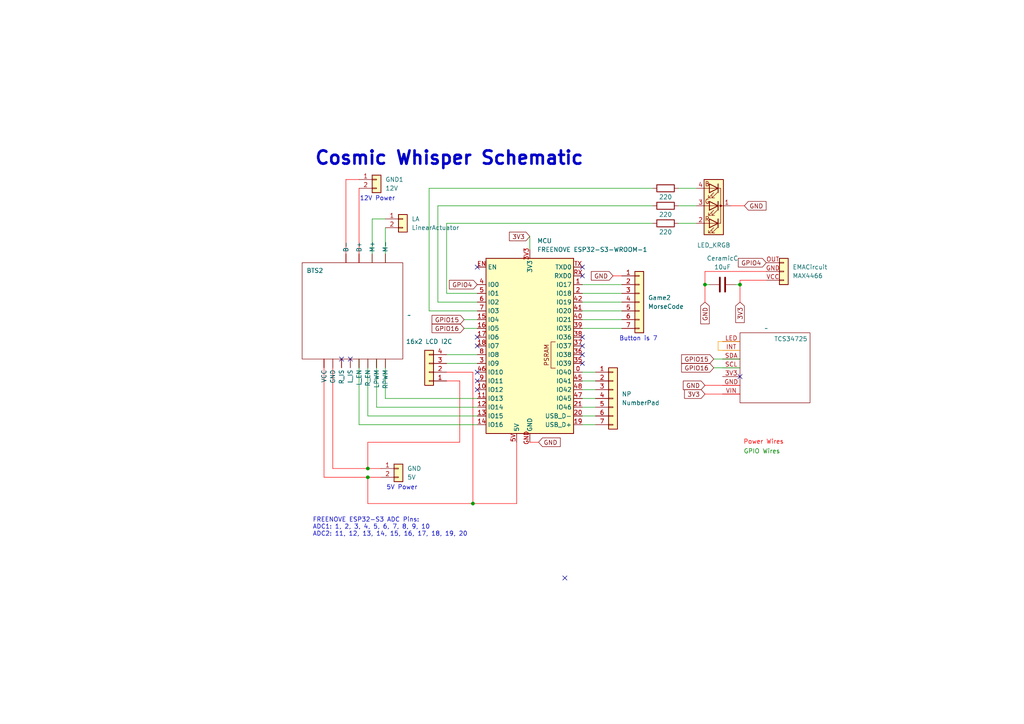
<source format=kicad_sch>
(kicad_sch
	(version 20250114)
	(generator "eeschema")
	(generator_version "9.0")
	(uuid "96f25bb4-79dd-4167-b5c7-f9fb0af76855")
	(paper "A4")
	(lib_symbols
		(symbol "BTS7960_HB_MD_1"
			(exclude_from_sim no)
			(in_bom yes)
			(on_board yes)
			(property "Reference" "BTS7960"
				(at -11.43 10.668 0)
				(effects
					(font
						(size 1.27 1.27)
					)
				)
			)
			(property "Value" ""
				(at 0 0 0)
				(effects
					(font
						(size 1.27 1.27)
					)
				)
			)
			(property "Footprint" ""
				(at 0 0 0)
				(effects
					(font
						(size 1.27 1.27)
					)
					(hide yes)
				)
			)
			(property "Datasheet" ""
				(at 0 0 0)
				(effects
					(font
						(size 1.27 1.27)
					)
					(hide yes)
				)
			)
			(property "Description" ""
				(at 0 0 0)
				(effects
					(font
						(size 1.27 1.27)
					)
					(hide yes)
				)
			)
			(symbol "BTS7960_HB_MD_1_0_1"
				(rectangle
					(start -16.51 12.7)
					(end 12.7 -15.24)
					(stroke
						(width 0)
						(type default)
					)
					(fill
						(type none)
					)
				)
			)
			(symbol "BTS7960_HB_MD_1_1_1"
				(pin power_in line
					(at -10.16 -15.24 270)
					(length 2.54)
					(name "VCC"
						(effects
							(font
								(size 1.27 1.27)
							)
						)
					)
					(number ""
						(effects
							(font
								(size 1.27 1.27)
							)
						)
					)
				)
				(pin power_in line
					(at -7.62 -15.24 270)
					(length 2.54)
					(name "GND"
						(effects
							(font
								(size 1.27 1.27)
							)
						)
					)
					(number ""
						(effects
							(font
								(size 1.27 1.27)
							)
						)
					)
				)
				(pin output line
					(at -5.08 -15.24 270)
					(length 2.54)
					(name "R_IS"
						(effects
							(font
								(size 1.27 1.27)
							)
						)
					)
					(number ""
						(effects
							(font
								(size 1.27 1.27)
							)
						)
					)
				)
				(pin power_in line
					(at -3.81 12.7 90)
					(length 2.54)
					(name "B-"
						(effects
							(font
								(size 1.27 1.27)
							)
						)
					)
					(number ""
						(effects
							(font
								(size 1.27 1.27)
							)
						)
					)
				)
				(pin output line
					(at -2.54 -15.24 270)
					(length 2.54)
					(name "L_IS"
						(effects
							(font
								(size 1.27 1.27)
							)
						)
					)
					(number ""
						(effects
							(font
								(size 1.27 1.27)
							)
						)
					)
				)
				(pin power_in line
					(at 0 12.7 90)
					(length 2.54)
					(name "B+"
						(effects
							(font
								(size 1.27 1.27)
							)
						)
					)
					(number ""
						(effects
							(font
								(size 1.27 1.27)
							)
						)
					)
				)
				(pin input line
					(at 0 -15.24 270)
					(length 2.54)
					(name "L_EN"
						(effects
							(font
								(size 1.27 1.27)
							)
						)
					)
					(number ""
						(effects
							(font
								(size 1.27 1.27)
							)
						)
					)
				)
				(pin input line
					(at 2.54 -15.24 270)
					(length 2.54)
					(name "R_EN"
						(effects
							(font
								(size 1.27 1.27)
							)
						)
					)
					(number ""
						(effects
							(font
								(size 1.27 1.27)
							)
						)
					)
				)
				(pin power_out line
					(at 3.81 12.7 90)
					(length 2.54)
					(name "M+"
						(effects
							(font
								(size 1.27 1.27)
							)
						)
					)
					(number ""
						(effects
							(font
								(size 1.27 1.27)
							)
						)
					)
				)
				(pin input line
					(at 5.08 -15.24 270)
					(length 2.54)
					(name "LPWM"
						(effects
							(font
								(size 1.27 1.27)
							)
						)
					)
					(number ""
						(effects
							(font
								(size 1.27 1.27)
							)
						)
					)
				)
				(pin power_out line
					(at 7.62 12.7 90)
					(length 2.54)
					(name "M-"
						(effects
							(font
								(size 1.27 1.27)
							)
						)
					)
					(number ""
						(effects
							(font
								(size 1.27 1.27)
							)
						)
					)
				)
				(pin input line
					(at 7.62 -15.24 270)
					(length 2.54)
					(name "RPWM"
						(effects
							(font
								(size 1.27 1.27)
							)
						)
					)
					(number ""
						(effects
							(font
								(size 1.27 1.27)
							)
						)
					)
				)
			)
			(embedded_fonts no)
		)
		(symbol "Connector_Generic:Conn_01x02"
			(pin_names
				(offset 1.016)
				(hide yes)
			)
			(exclude_from_sim no)
			(in_bom yes)
			(on_board yes)
			(property "Reference" "J"
				(at 0 2.54 0)
				(effects
					(font
						(size 1.27 1.27)
					)
				)
			)
			(property "Value" "Conn_01x02"
				(at 0 -5.08 0)
				(effects
					(font
						(size 1.27 1.27)
					)
				)
			)
			(property "Footprint" ""
				(at 0 0 0)
				(effects
					(font
						(size 1.27 1.27)
					)
					(hide yes)
				)
			)
			(property "Datasheet" "~"
				(at 0 0 0)
				(effects
					(font
						(size 1.27 1.27)
					)
					(hide yes)
				)
			)
			(property "Description" "Generic connector, single row, 01x02, script generated (kicad-library-utils/schlib/autogen/connector/)"
				(at 0 0 0)
				(effects
					(font
						(size 1.27 1.27)
					)
					(hide yes)
				)
			)
			(property "ki_keywords" "connector"
				(at 0 0 0)
				(effects
					(font
						(size 1.27 1.27)
					)
					(hide yes)
				)
			)
			(property "ki_fp_filters" "Connector*:*_1x??_*"
				(at 0 0 0)
				(effects
					(font
						(size 1.27 1.27)
					)
					(hide yes)
				)
			)
			(symbol "Conn_01x02_1_1"
				(rectangle
					(start -1.27 1.27)
					(end 1.27 -3.81)
					(stroke
						(width 0.254)
						(type default)
					)
					(fill
						(type background)
					)
				)
				(rectangle
					(start -1.27 0.127)
					(end 0 -0.127)
					(stroke
						(width 0.1524)
						(type default)
					)
					(fill
						(type none)
					)
				)
				(rectangle
					(start -1.27 -2.413)
					(end 0 -2.667)
					(stroke
						(width 0.1524)
						(type default)
					)
					(fill
						(type none)
					)
				)
				(pin passive line
					(at -5.08 0 0)
					(length 3.81)
					(name "Pin_1"
						(effects
							(font
								(size 1.27 1.27)
							)
						)
					)
					(number "1"
						(effects
							(font
								(size 1.27 1.27)
							)
						)
					)
				)
				(pin passive line
					(at -5.08 -2.54 0)
					(length 3.81)
					(name "Pin_2"
						(effects
							(font
								(size 1.27 1.27)
							)
						)
					)
					(number "2"
						(effects
							(font
								(size 1.27 1.27)
							)
						)
					)
				)
			)
			(embedded_fonts no)
		)
		(symbol "Connector_Generic:Conn_01x04"
			(pin_names
				(offset 1.016)
				(hide yes)
			)
			(exclude_from_sim no)
			(in_bom yes)
			(on_board yes)
			(property "Reference" "J"
				(at 0 5.08 0)
				(effects
					(font
						(size 1.27 1.27)
					)
				)
			)
			(property "Value" "Conn_01x04"
				(at 0 -7.62 0)
				(effects
					(font
						(size 1.27 1.27)
					)
				)
			)
			(property "Footprint" ""
				(at 0 0 0)
				(effects
					(font
						(size 1.27 1.27)
					)
					(hide yes)
				)
			)
			(property "Datasheet" "~"
				(at 0 0 0)
				(effects
					(font
						(size 1.27 1.27)
					)
					(hide yes)
				)
			)
			(property "Description" "Generic connector, single row, 01x04, script generated (kicad-library-utils/schlib/autogen/connector/)"
				(at 0 0 0)
				(effects
					(font
						(size 1.27 1.27)
					)
					(hide yes)
				)
			)
			(property "ki_keywords" "connector"
				(at 0 0 0)
				(effects
					(font
						(size 1.27 1.27)
					)
					(hide yes)
				)
			)
			(property "ki_fp_filters" "Connector*:*_1x??_*"
				(at 0 0 0)
				(effects
					(font
						(size 1.27 1.27)
					)
					(hide yes)
				)
			)
			(symbol "Conn_01x04_1_1"
				(rectangle
					(start -1.27 3.81)
					(end 1.27 -6.35)
					(stroke
						(width 0.254)
						(type default)
					)
					(fill
						(type background)
					)
				)
				(rectangle
					(start -1.27 2.667)
					(end 0 2.413)
					(stroke
						(width 0.1524)
						(type default)
					)
					(fill
						(type none)
					)
				)
				(rectangle
					(start -1.27 0.127)
					(end 0 -0.127)
					(stroke
						(width 0.1524)
						(type default)
					)
					(fill
						(type none)
					)
				)
				(rectangle
					(start -1.27 -2.413)
					(end 0 -2.667)
					(stroke
						(width 0.1524)
						(type default)
					)
					(fill
						(type none)
					)
				)
				(rectangle
					(start -1.27 -4.953)
					(end 0 -5.207)
					(stroke
						(width 0.1524)
						(type default)
					)
					(fill
						(type none)
					)
				)
				(pin passive line
					(at -5.08 2.54 0)
					(length 3.81)
					(name "Pin_1"
						(effects
							(font
								(size 1.27 1.27)
							)
						)
					)
					(number "1"
						(effects
							(font
								(size 1.27 1.27)
							)
						)
					)
				)
				(pin passive line
					(at -5.08 0 0)
					(length 3.81)
					(name "Pin_2"
						(effects
							(font
								(size 1.27 1.27)
							)
						)
					)
					(number "2"
						(effects
							(font
								(size 1.27 1.27)
							)
						)
					)
				)
				(pin passive line
					(at -5.08 -2.54 0)
					(length 3.81)
					(name "Pin_3"
						(effects
							(font
								(size 1.27 1.27)
							)
						)
					)
					(number "3"
						(effects
							(font
								(size 1.27 1.27)
							)
						)
					)
				)
				(pin passive line
					(at -5.08 -5.08 0)
					(length 3.81)
					(name "Pin_4"
						(effects
							(font
								(size 1.27 1.27)
							)
						)
					)
					(number "4"
						(effects
							(font
								(size 1.27 1.27)
							)
						)
					)
				)
			)
			(embedded_fonts no)
		)
		(symbol "Connector_Generic:Conn_01x07"
			(pin_names
				(offset 1.016)
				(hide yes)
			)
			(exclude_from_sim no)
			(in_bom yes)
			(on_board yes)
			(property "Reference" "J"
				(at 0 10.16 0)
				(effects
					(font
						(size 1.27 1.27)
					)
				)
			)
			(property "Value" "Conn_01x07"
				(at 0 -10.16 0)
				(effects
					(font
						(size 1.27 1.27)
					)
				)
			)
			(property "Footprint" ""
				(at 0 0 0)
				(effects
					(font
						(size 1.27 1.27)
					)
					(hide yes)
				)
			)
			(property "Datasheet" "~"
				(at 0 0 0)
				(effects
					(font
						(size 1.27 1.27)
					)
					(hide yes)
				)
			)
			(property "Description" "Generic connector, single row, 01x07, script generated (kicad-library-utils/schlib/autogen/connector/)"
				(at 0 0 0)
				(effects
					(font
						(size 1.27 1.27)
					)
					(hide yes)
				)
			)
			(property "ki_keywords" "connector"
				(at 0 0 0)
				(effects
					(font
						(size 1.27 1.27)
					)
					(hide yes)
				)
			)
			(property "ki_fp_filters" "Connector*:*_1x??_*"
				(at 0 0 0)
				(effects
					(font
						(size 1.27 1.27)
					)
					(hide yes)
				)
			)
			(symbol "Conn_01x07_1_1"
				(rectangle
					(start -1.27 8.89)
					(end 1.27 -8.89)
					(stroke
						(width 0.254)
						(type default)
					)
					(fill
						(type background)
					)
				)
				(rectangle
					(start -1.27 7.747)
					(end 0 7.493)
					(stroke
						(width 0.1524)
						(type default)
					)
					(fill
						(type none)
					)
				)
				(rectangle
					(start -1.27 5.207)
					(end 0 4.953)
					(stroke
						(width 0.1524)
						(type default)
					)
					(fill
						(type none)
					)
				)
				(rectangle
					(start -1.27 2.667)
					(end 0 2.413)
					(stroke
						(width 0.1524)
						(type default)
					)
					(fill
						(type none)
					)
				)
				(rectangle
					(start -1.27 0.127)
					(end 0 -0.127)
					(stroke
						(width 0.1524)
						(type default)
					)
					(fill
						(type none)
					)
				)
				(rectangle
					(start -1.27 -2.413)
					(end 0 -2.667)
					(stroke
						(width 0.1524)
						(type default)
					)
					(fill
						(type none)
					)
				)
				(rectangle
					(start -1.27 -4.953)
					(end 0 -5.207)
					(stroke
						(width 0.1524)
						(type default)
					)
					(fill
						(type none)
					)
				)
				(rectangle
					(start -1.27 -7.493)
					(end 0 -7.747)
					(stroke
						(width 0.1524)
						(type default)
					)
					(fill
						(type none)
					)
				)
				(pin passive line
					(at -5.08 7.62 0)
					(length 3.81)
					(name "Pin_1"
						(effects
							(font
								(size 1.27 1.27)
							)
						)
					)
					(number "1"
						(effects
							(font
								(size 1.27 1.27)
							)
						)
					)
				)
				(pin passive line
					(at -5.08 5.08 0)
					(length 3.81)
					(name "Pin_2"
						(effects
							(font
								(size 1.27 1.27)
							)
						)
					)
					(number "2"
						(effects
							(font
								(size 1.27 1.27)
							)
						)
					)
				)
				(pin passive line
					(at -5.08 2.54 0)
					(length 3.81)
					(name "Pin_3"
						(effects
							(font
								(size 1.27 1.27)
							)
						)
					)
					(number "3"
						(effects
							(font
								(size 1.27 1.27)
							)
						)
					)
				)
				(pin passive line
					(at -5.08 0 0)
					(length 3.81)
					(name "Pin_4"
						(effects
							(font
								(size 1.27 1.27)
							)
						)
					)
					(number "4"
						(effects
							(font
								(size 1.27 1.27)
							)
						)
					)
				)
				(pin passive line
					(at -5.08 -2.54 0)
					(length 3.81)
					(name "Pin_5"
						(effects
							(font
								(size 1.27 1.27)
							)
						)
					)
					(number "5"
						(effects
							(font
								(size 1.27 1.27)
							)
						)
					)
				)
				(pin passive line
					(at -5.08 -5.08 0)
					(length 3.81)
					(name "Pin_6"
						(effects
							(font
								(size 1.27 1.27)
							)
						)
					)
					(number "6"
						(effects
							(font
								(size 1.27 1.27)
							)
						)
					)
				)
				(pin passive line
					(at -5.08 -7.62 0)
					(length 3.81)
					(name "Pin_7"
						(effects
							(font
								(size 1.27 1.27)
							)
						)
					)
					(number "7"
						(effects
							(font
								(size 1.27 1.27)
							)
						)
					)
				)
			)
			(embedded_fonts no)
		)
		(symbol "CustomICs:MAX4466"
			(pin_names
				(offset 1.016)
				(hide yes)
			)
			(exclude_from_sim no)
			(in_bom yes)
			(on_board yes)
			(property "Reference" "J"
				(at 0 5.08 0)
				(effects
					(font
						(size 1.27 1.27)
					)
				)
			)
			(property "Value" "MAX4466"
				(at 0 -5.08 0)
				(effects
					(font
						(size 1.27 1.27)
					)
				)
			)
			(property "Footprint" ""
				(at 0 0 0)
				(effects
					(font
						(size 1.27 1.27)
					)
					(hide yes)
				)
			)
			(property "Datasheet" "~"
				(at 0 0 0)
				(effects
					(font
						(size 1.27 1.27)
					)
					(hide yes)
				)
			)
			(property "Description" "Generic connector, single row, 01x03, script generated (kicad-library-utils/schlib/autogen/connector/)"
				(at 0 0 0)
				(effects
					(font
						(size 1.27 1.27)
					)
					(hide yes)
				)
			)
			(property "ki_keywords" "connector"
				(at 0 0 0)
				(effects
					(font
						(size 1.27 1.27)
					)
					(hide yes)
				)
			)
			(property "ki_fp_filters" "Connector*:*_1x??_*"
				(at 0 0 0)
				(effects
					(font
						(size 1.27 1.27)
					)
					(hide yes)
				)
			)
			(symbol "MAX4466_1_1"
				(rectangle
					(start -1.27 3.81)
					(end 1.27 -3.81)
					(stroke
						(width 0.254)
						(type default)
					)
					(fill
						(type background)
					)
				)
				(rectangle
					(start -1.27 2.667)
					(end 0 2.413)
					(stroke
						(width 0.1524)
						(type default)
					)
					(fill
						(type none)
					)
				)
				(rectangle
					(start -1.27 0.127)
					(end 0 -0.127)
					(stroke
						(width 0.1524)
						(type default)
					)
					(fill
						(type none)
					)
				)
				(rectangle
					(start -1.27 -2.413)
					(end 0 -2.667)
					(stroke
						(width 0.1524)
						(type default)
					)
					(fill
						(type none)
					)
				)
				(pin output line
					(at -5.08 2.54 0)
					(length 3.81)
					(name "Pin_1"
						(effects
							(font
								(size 1.27 1.27)
							)
						)
					)
					(number "OUT"
						(effects
							(font
								(size 1.27 1.27)
							)
						)
					)
				)
				(pin power_in line
					(at -5.08 0 0)
					(length 3.81)
					(name "Pin_2"
						(effects
							(font
								(size 1.27 1.27)
							)
						)
					)
					(number "GND"
						(effects
							(font
								(size 1.27 1.27)
							)
						)
					)
				)
				(pin power_in line
					(at -5.08 -2.54 0)
					(length 3.81)
					(name "Pin_3"
						(effects
							(font
								(size 1.27 1.27)
							)
						)
					)
					(number "VCC"
						(effects
							(font
								(size 1.27 1.27)
							)
						)
					)
				)
			)
			(embedded_fonts no)
		)
		(symbol "CustomICs:TCS34725"
			(exclude_from_sim no)
			(in_bom yes)
			(on_board yes)
			(property "Reference" "TCS34725"
				(at -4.318 5.588 0)
				(effects
					(font
						(size 1.27 1.27)
					)
				)
			)
			(property "Value" ""
				(at 0 0 0)
				(effects
					(font
						(size 1.27 1.27)
					)
				)
			)
			(property "Footprint" ""
				(at 0 0 0)
				(effects
					(font
						(size 1.27 1.27)
					)
					(hide yes)
				)
			)
			(property "Datasheet" ""
				(at 0 0 0)
				(effects
					(font
						(size 1.27 1.27)
					)
					(hide yes)
				)
			)
			(property "Description" ""
				(at 0 0 0)
				(effects
					(font
						(size 1.27 1.27)
					)
					(hide yes)
				)
			)
			(symbol "TCS34725_0_1"
				(rectangle
					(start -10.16 7.62)
					(end 10.16 -12.7)
					(stroke
						(width 0)
						(type default)
					)
					(fill
						(type none)
					)
				)
			)
			(symbol "TCS34725_1_1"
				(pin input line
					(at -7.62 -12.7 270)
					(length 5.08)
					(name ""
						(effects
							(font
								(size 1.27 1.27)
							)
						)
					)
					(number "LED"
						(effects
							(font
								(size 1.27 1.27)
							)
						)
					)
				)
				(pin output line
					(at -5.08 -12.7 270)
					(length 5.08)
					(name ""
						(effects
							(font
								(size 1.27 1.27)
							)
						)
					)
					(number "INT"
						(effects
							(font
								(size 1.27 1.27)
							)
						)
					)
				)
				(pin bidirectional line
					(at -2.54 -12.7 270)
					(length 5.08)
					(name ""
						(effects
							(font
								(size 1.27 1.27)
							)
						)
					)
					(number "SDA"
						(effects
							(font
								(size 1.27 1.27)
							)
						)
					)
				)
				(pin input line
					(at 0 -12.7 270)
					(length 5.08)
					(name ""
						(effects
							(font
								(size 1.27 1.27)
							)
						)
					)
					(number "SCL"
						(effects
							(font
								(size 1.27 1.27)
							)
						)
					)
				)
				(pin power_out line
					(at 2.54 -12.7 270)
					(length 5.08)
					(name ""
						(effects
							(font
								(size 1.27 1.27)
							)
						)
					)
					(number "3V3"
						(effects
							(font
								(size 1.27 1.27)
							)
						)
					)
				)
				(pin power_in line
					(at 5.08 -12.7 270)
					(length 5.08)
					(name ""
						(effects
							(font
								(size 1.27 1.27)
							)
						)
					)
					(number "GND"
						(effects
							(font
								(size 1.27 1.27)
							)
						)
					)
				)
				(pin power_in line
					(at 7.62 -12.7 270)
					(length 5.08)
					(name ""
						(effects
							(font
								(size 1.27 1.27)
							)
						)
					)
					(number "VIN"
						(effects
							(font
								(size 1.27 1.27)
							)
						)
					)
				)
			)
			(embedded_fonts no)
		)
		(symbol "CustomMCUs:ESP32-S3-WROOM-1"
			(exclude_from_sim no)
			(in_bom yes)
			(on_board yes)
			(property "Reference" "U"
				(at -12.7 26.67 0)
				(effects
					(font
						(size 1.27 1.27)
					)
				)
			)
			(property "Value" "FREENOVE ESP32-S3-WROOM-1"
				(at 16.764 26.67 0)
				(effects
					(font
						(size 1.27 1.27)
					)
				)
			)
			(property "Footprint" "RF_Module:ESP32-S3-WROOM-1"
				(at 0 2.54 0)
				(effects
					(font
						(size 1.27 1.27)
					)
					(hide yes)
				)
			)
			(property "Datasheet" "https://www.espressif.com/sites/default/files/documentation/esp32-s3-wroom-1_wroom-1u_datasheet_en.pdf"
				(at 0 0 0)
				(effects
					(font
						(size 1.27 1.27)
					)
					(hide yes)
				)
			)
			(property "Description" "RF Module, ESP32-S3 SoC, Wi-Fi 802.11b/g/n, Bluetooth, BLE, 32-bit, 3.3V, onboard antenna, SMD"
				(at 0 0 0)
				(effects
					(font
						(size 1.27 1.27)
					)
					(hide yes)
				)
			)
			(property "ki_keywords" "RF Radio BT ESP ESP32-S3 Espressif onboard PCB antenna"
				(at 0 0 0)
				(effects
					(font
						(size 1.27 1.27)
					)
					(hide yes)
				)
			)
			(property "ki_fp_filters" "ESP32?S3?WROOM?1*"
				(at 0 0 0)
				(effects
					(font
						(size 1.27 1.27)
					)
					(hide yes)
				)
			)
			(symbol "ESP32-S3-WROOM-1_0_0"
				(rectangle
					(start -12.7 25.4)
					(end 12.7 -25.4)
					(stroke
						(width 0.254)
						(type default)
					)
					(fill
						(type background)
					)
				)
				(text "PSRAM"
					(at 4.8654 -2.6374 900)
					(effects
						(font
							(size 1.27 1.27)
						)
					)
				)
			)
			(symbol "ESP32-S3-WROOM-1_0_1"
				(polyline
					(pts
						(xy 7.4054 -6.4474) (xy 6.1354 -6.4474) (xy 6.1354 1.1726) (xy 7.4054 1.1726)
					)
					(stroke
						(width 0)
						(type default)
					)
					(fill
						(type none)
					)
				)
			)
			(symbol "ESP32-S3-WROOM-1_1_1"
				(pin input line
					(at -15.24 22.86 0)
					(length 2.54)
					(name "EN"
						(effects
							(font
								(size 1.27 1.27)
							)
						)
					)
					(number "EN"
						(effects
							(font
								(size 1.27 1.27)
							)
						)
					)
				)
				(pin bidirectional line
					(at -15.24 17.78 0)
					(length 2.54)
					(name "IO0"
						(effects
							(font
								(size 1.27 1.27)
							)
						)
					)
					(number "4"
						(effects
							(font
								(size 1.27 1.27)
							)
						)
					)
				)
				(pin bidirectional line
					(at -15.24 15.24 0)
					(length 2.54)
					(name "IO1"
						(effects
							(font
								(size 1.27 1.27)
							)
						)
					)
					(number "5"
						(effects
							(font
								(size 1.27 1.27)
							)
						)
					)
				)
				(pin bidirectional line
					(at -15.24 12.7 0)
					(length 2.54)
					(name "IO2"
						(effects
							(font
								(size 1.27 1.27)
							)
						)
					)
					(number "6"
						(effects
							(font
								(size 1.27 1.27)
							)
						)
					)
				)
				(pin bidirectional line
					(at -15.24 10.16 0)
					(length 2.54)
					(name "IO3"
						(effects
							(font
								(size 1.27 1.27)
							)
						)
					)
					(number "7"
						(effects
							(font
								(size 1.27 1.27)
							)
						)
					)
				)
				(pin bidirectional line
					(at -15.24 7.62 0)
					(length 2.54)
					(name "IO4"
						(effects
							(font
								(size 1.27 1.27)
							)
						)
					)
					(number "15"
						(effects
							(font
								(size 1.27 1.27)
							)
						)
					)
				)
				(pin bidirectional line
					(at -15.24 5.08 0)
					(length 2.54)
					(name "IO5"
						(effects
							(font
								(size 1.27 1.27)
							)
						)
					)
					(number "16"
						(effects
							(font
								(size 1.27 1.27)
							)
						)
					)
				)
				(pin bidirectional line
					(at -15.24 2.54 0)
					(length 2.54)
					(name "IO6"
						(effects
							(font
								(size 1.27 1.27)
							)
						)
					)
					(number "17"
						(effects
							(font
								(size 1.27 1.27)
							)
						)
					)
				)
				(pin bidirectional line
					(at -15.24 0 0)
					(length 2.54)
					(name "IO7"
						(effects
							(font
								(size 1.27 1.27)
							)
						)
					)
					(number "18"
						(effects
							(font
								(size 1.27 1.27)
							)
						)
					)
				)
				(pin bidirectional line
					(at -15.24 -2.54 0)
					(length 2.54)
					(name "IO8"
						(effects
							(font
								(size 1.27 1.27)
							)
						)
					)
					(number "8"
						(effects
							(font
								(size 1.27 1.27)
							)
						)
					)
				)
				(pin bidirectional line
					(at -15.24 -5.08 0)
					(length 2.54)
					(name "IO9"
						(effects
							(font
								(size 1.27 1.27)
							)
						)
					)
					(number "3"
						(effects
							(font
								(size 1.27 1.27)
							)
						)
					)
				)
				(pin bidirectional line
					(at -15.24 -7.62 0)
					(length 2.54)
					(name "IO10"
						(effects
							(font
								(size 1.27 1.27)
							)
						)
					)
					(number "46"
						(effects
							(font
								(size 1.27 1.27)
							)
						)
					)
				)
				(pin bidirectional line
					(at -15.24 -10.16 0)
					(length 2.54)
					(name "IO11"
						(effects
							(font
								(size 1.27 1.27)
							)
						)
					)
					(number "9"
						(effects
							(font
								(size 1.27 1.27)
							)
						)
					)
				)
				(pin bidirectional line
					(at -15.24 -12.7 0)
					(length 2.54)
					(name "IO12"
						(effects
							(font
								(size 1.27 1.27)
							)
						)
					)
					(number "10"
						(effects
							(font
								(size 1.27 1.27)
							)
						)
					)
				)
				(pin bidirectional line
					(at -15.24 -15.24 0)
					(length 2.54)
					(name "IO13"
						(effects
							(font
								(size 1.27 1.27)
							)
						)
					)
					(number "11"
						(effects
							(font
								(size 1.27 1.27)
							)
						)
					)
				)
				(pin bidirectional line
					(at -15.24 -17.78 0)
					(length 2.54)
					(name "IO14"
						(effects
							(font
								(size 1.27 1.27)
							)
						)
					)
					(number "12"
						(effects
							(font
								(size 1.27 1.27)
							)
						)
					)
				)
				(pin bidirectional line
					(at -15.24 -20.32 0)
					(length 2.54)
					(name "IO15"
						(effects
							(font
								(size 1.27 1.27)
							)
						)
					)
					(number "13"
						(effects
							(font
								(size 1.27 1.27)
							)
						)
					)
				)
				(pin bidirectional line
					(at -15.24 -22.86 0)
					(length 2.54)
					(name "IO16"
						(effects
							(font
								(size 1.27 1.27)
							)
						)
					)
					(number "14"
						(effects
							(font
								(size 1.27 1.27)
							)
						)
					)
				)
				(pin power_in line
					(at -3.81 -27.94 90)
					(length 2.54)
					(name "5V"
						(effects
							(font
								(size 1.27 1.27)
							)
						)
					)
					(number "5V"
						(effects
							(font
								(size 1.27 1.27)
							)
						)
					)
				)
				(pin power_in line
					(at 0 27.94 270)
					(length 2.54)
					(name "3V3"
						(effects
							(font
								(size 1.27 1.27)
							)
						)
					)
					(number "3V3"
						(effects
							(font
								(size 1.27 1.27)
							)
						)
					)
				)
				(pin passive line
					(at 0 -27.94 90)
					(length 2.54)
					(hide yes)
					(name "GND"
						(effects
							(font
								(size 1.27 1.27)
							)
						)
					)
					(number "40"
						(effects
							(font
								(size 1.27 1.27)
							)
						)
					)
				)
				(pin passive line
					(at 0 -27.94 90)
					(length 2.54)
					(hide yes)
					(name "GND"
						(effects
							(font
								(size 1.27 1.27)
							)
						)
					)
					(number "41"
						(effects
							(font
								(size 1.27 1.27)
							)
						)
					)
				)
				(pin power_in line
					(at 0 -27.94 90)
					(length 2.54)
					(name "GND"
						(effects
							(font
								(size 1.27 1.27)
							)
						)
					)
					(number "GND"
						(effects
							(font
								(size 1.27 1.27)
							)
						)
					)
				)
				(pin bidirectional line
					(at 15.24 22.86 180)
					(length 2.54)
					(name "TXD0"
						(effects
							(font
								(size 1.27 1.27)
							)
						)
					)
					(number "TX"
						(effects
							(font
								(size 1.27 1.27)
							)
						)
					)
				)
				(pin bidirectional line
					(at 15.24 20.32 180)
					(length 2.54)
					(name "RXD0"
						(effects
							(font
								(size 1.27 1.27)
							)
						)
					)
					(number "RX"
						(effects
							(font
								(size 1.27 1.27)
							)
						)
					)
				)
				(pin bidirectional line
					(at 15.24 17.78 180)
					(length 2.54)
					(name "IO17"
						(effects
							(font
								(size 1.27 1.27)
							)
						)
					)
					(number "1"
						(effects
							(font
								(size 1.27 1.27)
							)
						)
					)
				)
				(pin bidirectional line
					(at 15.24 15.24 180)
					(length 2.54)
					(name "IO18"
						(effects
							(font
								(size 1.27 1.27)
							)
						)
					)
					(number "2"
						(effects
							(font
								(size 1.27 1.27)
							)
						)
					)
				)
				(pin bidirectional line
					(at 15.24 12.7 180)
					(length 2.54)
					(name "IO19"
						(effects
							(font
								(size 1.27 1.27)
							)
						)
					)
					(number "42"
						(effects
							(font
								(size 1.27 1.27)
							)
						)
					)
				)
				(pin bidirectional line
					(at 15.24 10.16 180)
					(length 2.54)
					(name "IO20"
						(effects
							(font
								(size 1.27 1.27)
							)
						)
					)
					(number "41"
						(effects
							(font
								(size 1.27 1.27)
							)
						)
					)
				)
				(pin bidirectional line
					(at 15.24 7.62 180)
					(length 2.54)
					(name "IO21"
						(effects
							(font
								(size 1.27 1.27)
							)
						)
					)
					(number "40"
						(effects
							(font
								(size 1.27 1.27)
							)
						)
					)
				)
				(pin bidirectional line
					(at 15.24 5.08 180)
					(length 2.54)
					(name "IO35"
						(effects
							(font
								(size 1.27 1.27)
							)
						)
					)
					(number "39"
						(effects
							(font
								(size 1.27 1.27)
							)
						)
					)
				)
				(pin bidirectional line
					(at 15.24 2.54 180)
					(length 2.54)
					(name "IO36"
						(effects
							(font
								(size 1.27 1.27)
							)
						)
					)
					(number "38"
						(effects
							(font
								(size 1.27 1.27)
							)
						)
					)
				)
				(pin bidirectional line
					(at 15.24 0 180)
					(length 2.54)
					(name "IO37"
						(effects
							(font
								(size 1.27 1.27)
							)
						)
					)
					(number "37"
						(effects
							(font
								(size 1.27 1.27)
							)
						)
					)
				)
				(pin bidirectional line
					(at 15.24 -2.54 180)
					(length 2.54)
					(name "IO38"
						(effects
							(font
								(size 1.27 1.27)
							)
						)
					)
					(number "36"
						(effects
							(font
								(size 1.27 1.27)
							)
						)
					)
				)
				(pin bidirectional line
					(at 15.24 -5.08 180)
					(length 2.54)
					(name "IO39"
						(effects
							(font
								(size 1.27 1.27)
							)
						)
					)
					(number "35"
						(effects
							(font
								(size 1.27 1.27)
							)
						)
					)
				)
				(pin bidirectional line
					(at 15.24 -7.62 180)
					(length 2.54)
					(name "IO40"
						(effects
							(font
								(size 1.27 1.27)
							)
						)
					)
					(number "0"
						(effects
							(font
								(size 1.27 1.27)
							)
						)
					)
				)
				(pin bidirectional line
					(at 15.24 -10.16 180)
					(length 2.54)
					(name "IO41"
						(effects
							(font
								(size 1.27 1.27)
							)
						)
					)
					(number "45"
						(effects
							(font
								(size 1.27 1.27)
							)
						)
					)
				)
				(pin bidirectional line
					(at 15.24 -12.7 180)
					(length 2.54)
					(name "IO42"
						(effects
							(font
								(size 1.27 1.27)
							)
						)
					)
					(number "48"
						(effects
							(font
								(size 1.27 1.27)
							)
						)
					)
				)
				(pin bidirectional line
					(at 15.24 -15.24 180)
					(length 2.54)
					(name "IO45"
						(effects
							(font
								(size 1.27 1.27)
							)
						)
					)
					(number "47"
						(effects
							(font
								(size 1.27 1.27)
							)
						)
					)
				)
				(pin bidirectional line
					(at 15.24 -17.78 180)
					(length 2.54)
					(name "IO46"
						(effects
							(font
								(size 1.27 1.27)
							)
						)
					)
					(number "21"
						(effects
							(font
								(size 1.27 1.27)
							)
						)
					)
				)
				(pin bidirectional line
					(at 15.24 -20.32 180)
					(length 2.54)
					(name "USB_D-"
						(effects
							(font
								(size 1.27 1.27)
							)
						)
					)
					(number "20"
						(effects
							(font
								(size 1.27 1.27)
							)
						)
					)
					(alternate "IO19" bidirectional line)
				)
				(pin bidirectional line
					(at 15.24 -22.86 180)
					(length 2.54)
					(name "USB_D+"
						(effects
							(font
								(size 1.27 1.27)
							)
						)
					)
					(number "19"
						(effects
							(font
								(size 1.27 1.27)
							)
						)
					)
					(alternate "IO20" bidirectional line)
				)
			)
			(embedded_fonts no)
		)
		(symbol "Device:C"
			(pin_numbers
				(hide yes)
			)
			(pin_names
				(offset 0.254)
			)
			(exclude_from_sim no)
			(in_bom yes)
			(on_board yes)
			(property "Reference" "C"
				(at 0.635 2.54 0)
				(effects
					(font
						(size 1.27 1.27)
					)
					(justify left)
				)
			)
			(property "Value" "C"
				(at 0.635 -2.54 0)
				(effects
					(font
						(size 1.27 1.27)
					)
					(justify left)
				)
			)
			(property "Footprint" ""
				(at 0.9652 -3.81 0)
				(effects
					(font
						(size 1.27 1.27)
					)
					(hide yes)
				)
			)
			(property "Datasheet" "~"
				(at 0 0 0)
				(effects
					(font
						(size 1.27 1.27)
					)
					(hide yes)
				)
			)
			(property "Description" "Unpolarized capacitor"
				(at 0 0 0)
				(effects
					(font
						(size 1.27 1.27)
					)
					(hide yes)
				)
			)
			(property "ki_keywords" "cap capacitor"
				(at 0 0 0)
				(effects
					(font
						(size 1.27 1.27)
					)
					(hide yes)
				)
			)
			(property "ki_fp_filters" "C_*"
				(at 0 0 0)
				(effects
					(font
						(size 1.27 1.27)
					)
					(hide yes)
				)
			)
			(symbol "C_0_1"
				(polyline
					(pts
						(xy -2.032 0.762) (xy 2.032 0.762)
					)
					(stroke
						(width 0.508)
						(type default)
					)
					(fill
						(type none)
					)
				)
				(polyline
					(pts
						(xy -2.032 -0.762) (xy 2.032 -0.762)
					)
					(stroke
						(width 0.508)
						(type default)
					)
					(fill
						(type none)
					)
				)
			)
			(symbol "C_1_1"
				(pin passive line
					(at 0 3.81 270)
					(length 2.794)
					(name "~"
						(effects
							(font
								(size 1.27 1.27)
							)
						)
					)
					(number "1"
						(effects
							(font
								(size 1.27 1.27)
							)
						)
					)
				)
				(pin passive line
					(at 0 -3.81 90)
					(length 2.794)
					(name "~"
						(effects
							(font
								(size 1.27 1.27)
							)
						)
					)
					(number "2"
						(effects
							(font
								(size 1.27 1.27)
							)
						)
					)
				)
			)
			(embedded_fonts no)
		)
		(symbol "Device:LED_KRGB"
			(pin_names
				(offset 0)
				(hide yes)
			)
			(exclude_from_sim no)
			(in_bom yes)
			(on_board yes)
			(property "Reference" "D"
				(at 0 9.398 0)
				(effects
					(font
						(size 1.27 1.27)
					)
				)
			)
			(property "Value" "LED_KRGB"
				(at 0 -8.89 0)
				(effects
					(font
						(size 1.27 1.27)
					)
				)
			)
			(property "Footprint" ""
				(at 0 -1.27 0)
				(effects
					(font
						(size 1.27 1.27)
					)
					(hide yes)
				)
			)
			(property "Datasheet" "~"
				(at 0 -1.27 0)
				(effects
					(font
						(size 1.27 1.27)
					)
					(hide yes)
				)
			)
			(property "Description" "RGB LED, cathode/red/green/blue"
				(at 0 0 0)
				(effects
					(font
						(size 1.27 1.27)
					)
					(hide yes)
				)
			)
			(property "ki_keywords" "LED RGB diode"
				(at 0 0 0)
				(effects
					(font
						(size 1.27 1.27)
					)
					(hide yes)
				)
			)
			(property "ki_fp_filters" "LED* LED_SMD:* LED_THT:*"
				(at 0 0 0)
				(effects
					(font
						(size 1.27 1.27)
					)
					(hide yes)
				)
			)
			(symbol "LED_KRGB_0_0"
				(text "R"
					(at 1.905 3.81 0)
					(effects
						(font
							(size 1.27 1.27)
						)
					)
				)
				(text "G"
					(at 1.905 -1.27 0)
					(effects
						(font
							(size 1.27 1.27)
						)
					)
				)
				(text "B"
					(at 1.905 -6.35 0)
					(effects
						(font
							(size 1.27 1.27)
						)
					)
				)
			)
			(symbol "LED_KRGB_0_1"
				(circle
					(center -2.032 0)
					(radius 0.254)
					(stroke
						(width 0)
						(type default)
					)
					(fill
						(type outline)
					)
				)
				(polyline
					(pts
						(xy -1.27 6.35) (xy -1.27 3.81)
					)
					(stroke
						(width 0.254)
						(type default)
					)
					(fill
						(type none)
					)
				)
				(polyline
					(pts
						(xy -1.27 6.35) (xy -1.27 3.81) (xy -1.27 3.81)
					)
					(stroke
						(width 0)
						(type default)
					)
					(fill
						(type none)
					)
				)
				(polyline
					(pts
						(xy -1.27 5.08) (xy 1.27 5.08)
					)
					(stroke
						(width 0)
						(type default)
					)
					(fill
						(type none)
					)
				)
				(polyline
					(pts
						(xy -1.27 5.08) (xy -2.032 5.08) (xy -2.032 -5.08) (xy -1.016 -5.08)
					)
					(stroke
						(width 0)
						(type default)
					)
					(fill
						(type none)
					)
				)
				(polyline
					(pts
						(xy -1.27 1.27) (xy -1.27 -1.27)
					)
					(stroke
						(width 0.254)
						(type default)
					)
					(fill
						(type none)
					)
				)
				(polyline
					(pts
						(xy -1.27 1.27) (xy -1.27 -1.27) (xy -1.27 -1.27)
					)
					(stroke
						(width 0)
						(type default)
					)
					(fill
						(type none)
					)
				)
				(polyline
					(pts
						(xy -1.27 0) (xy -2.54 0)
					)
					(stroke
						(width 0)
						(type default)
					)
					(fill
						(type none)
					)
				)
				(polyline
					(pts
						(xy -1.27 -3.81) (xy -1.27 -6.35)
					)
					(stroke
						(width 0.254)
						(type default)
					)
					(fill
						(type none)
					)
				)
				(polyline
					(pts
						(xy -1.27 -5.08) (xy 1.27 -5.08)
					)
					(stroke
						(width 0)
						(type default)
					)
					(fill
						(type none)
					)
				)
				(polyline
					(pts
						(xy -1.016 6.35) (xy 0.508 7.874) (xy -0.254 7.874) (xy 0.508 7.874) (xy 0.508 7.112)
					)
					(stroke
						(width 0)
						(type default)
					)
					(fill
						(type none)
					)
				)
				(polyline
					(pts
						(xy -1.016 1.27) (xy 0.508 2.794) (xy -0.254 2.794) (xy 0.508 2.794) (xy 0.508 2.032)
					)
					(stroke
						(width 0)
						(type default)
					)
					(fill
						(type none)
					)
				)
				(polyline
					(pts
						(xy -1.016 -3.81) (xy 0.508 -2.286) (xy -0.254 -2.286) (xy 0.508 -2.286) (xy 0.508 -3.048)
					)
					(stroke
						(width 0)
						(type default)
					)
					(fill
						(type none)
					)
				)
				(polyline
					(pts
						(xy 0 6.35) (xy 1.524 7.874) (xy 0.762 7.874) (xy 1.524 7.874) (xy 1.524 7.112)
					)
					(stroke
						(width 0)
						(type default)
					)
					(fill
						(type none)
					)
				)
				(polyline
					(pts
						(xy 0 1.27) (xy 1.524 2.794) (xy 0.762 2.794) (xy 1.524 2.794) (xy 1.524 2.032)
					)
					(stroke
						(width 0)
						(type default)
					)
					(fill
						(type none)
					)
				)
				(polyline
					(pts
						(xy 0 -3.81) (xy 1.524 -2.286) (xy 0.762 -2.286) (xy 1.524 -2.286) (xy 1.524 -3.048)
					)
					(stroke
						(width 0)
						(type default)
					)
					(fill
						(type none)
					)
				)
				(polyline
					(pts
						(xy 1.27 6.35) (xy 1.27 3.81) (xy -1.27 5.08) (xy 1.27 6.35)
					)
					(stroke
						(width 0.254)
						(type default)
					)
					(fill
						(type none)
					)
				)
				(rectangle
					(start 1.27 6.35)
					(end 1.27 6.35)
					(stroke
						(width 0)
						(type default)
					)
					(fill
						(type none)
					)
				)
				(polyline
					(pts
						(xy 1.27 5.08) (xy 2.54 5.08)
					)
					(stroke
						(width 0)
						(type default)
					)
					(fill
						(type none)
					)
				)
				(rectangle
					(start 1.27 3.81)
					(end 1.27 6.35)
					(stroke
						(width 0)
						(type default)
					)
					(fill
						(type none)
					)
				)
				(polyline
					(pts
						(xy 1.27 1.27) (xy 1.27 -1.27) (xy -1.27 0) (xy 1.27 1.27)
					)
					(stroke
						(width 0.254)
						(type default)
					)
					(fill
						(type none)
					)
				)
				(rectangle
					(start 1.27 1.27)
					(end 1.27 1.27)
					(stroke
						(width 0)
						(type default)
					)
					(fill
						(type none)
					)
				)
				(polyline
					(pts
						(xy 1.27 0) (xy -1.27 0)
					)
					(stroke
						(width 0)
						(type default)
					)
					(fill
						(type none)
					)
				)
				(polyline
					(pts
						(xy 1.27 0) (xy 2.54 0)
					)
					(stroke
						(width 0)
						(type default)
					)
					(fill
						(type none)
					)
				)
				(rectangle
					(start 1.27 -1.27)
					(end 1.27 1.27)
					(stroke
						(width 0)
						(type default)
					)
					(fill
						(type none)
					)
				)
				(polyline
					(pts
						(xy 1.27 -3.81) (xy 1.27 -6.35) (xy -1.27 -5.08) (xy 1.27 -3.81)
					)
					(stroke
						(width 0.254)
						(type default)
					)
					(fill
						(type none)
					)
				)
				(polyline
					(pts
						(xy 1.27 -5.08) (xy 2.54 -5.08)
					)
					(stroke
						(width 0)
						(type default)
					)
					(fill
						(type none)
					)
				)
				(rectangle
					(start 2.794 8.382)
					(end -2.794 -7.62)
					(stroke
						(width 0.254)
						(type default)
					)
					(fill
						(type background)
					)
				)
			)
			(symbol "LED_KRGB_1_1"
				(pin passive line
					(at -5.08 0 0)
					(length 2.54)
					(name "K"
						(effects
							(font
								(size 1.27 1.27)
							)
						)
					)
					(number "1"
						(effects
							(font
								(size 1.27 1.27)
							)
						)
					)
				)
				(pin passive line
					(at 5.08 5.08 180)
					(length 2.54)
					(name "RA"
						(effects
							(font
								(size 1.27 1.27)
							)
						)
					)
					(number "2"
						(effects
							(font
								(size 1.27 1.27)
							)
						)
					)
				)
				(pin passive line
					(at 5.08 0 180)
					(length 2.54)
					(name "GA"
						(effects
							(font
								(size 1.27 1.27)
							)
						)
					)
					(number "3"
						(effects
							(font
								(size 1.27 1.27)
							)
						)
					)
				)
				(pin passive line
					(at 5.08 -5.08 180)
					(length 2.54)
					(name "BA"
						(effects
							(font
								(size 1.27 1.27)
							)
						)
					)
					(number "4"
						(effects
							(font
								(size 1.27 1.27)
							)
						)
					)
				)
			)
			(embedded_fonts no)
		)
		(symbol "Device:R"
			(pin_numbers
				(hide yes)
			)
			(pin_names
				(offset 0)
			)
			(exclude_from_sim no)
			(in_bom yes)
			(on_board yes)
			(property "Reference" "R"
				(at 2.032 0 90)
				(effects
					(font
						(size 1.27 1.27)
					)
				)
			)
			(property "Value" "R"
				(at 0 0 90)
				(effects
					(font
						(size 1.27 1.27)
					)
				)
			)
			(property "Footprint" ""
				(at -1.778 0 90)
				(effects
					(font
						(size 1.27 1.27)
					)
					(hide yes)
				)
			)
			(property "Datasheet" "~"
				(at 0 0 0)
				(effects
					(font
						(size 1.27 1.27)
					)
					(hide yes)
				)
			)
			(property "Description" "Resistor"
				(at 0 0 0)
				(effects
					(font
						(size 1.27 1.27)
					)
					(hide yes)
				)
			)
			(property "ki_keywords" "R res resistor"
				(at 0 0 0)
				(effects
					(font
						(size 1.27 1.27)
					)
					(hide yes)
				)
			)
			(property "ki_fp_filters" "R_*"
				(at 0 0 0)
				(effects
					(font
						(size 1.27 1.27)
					)
					(hide yes)
				)
			)
			(symbol "R_0_1"
				(rectangle
					(start -1.016 -2.54)
					(end 1.016 2.54)
					(stroke
						(width 0.254)
						(type default)
					)
					(fill
						(type none)
					)
				)
			)
			(symbol "R_1_1"
				(pin passive line
					(at 0 3.81 270)
					(length 1.27)
					(name "~"
						(effects
							(font
								(size 1.27 1.27)
							)
						)
					)
					(number "1"
						(effects
							(font
								(size 1.27 1.27)
							)
						)
					)
				)
				(pin passive line
					(at 0 -3.81 90)
					(length 1.27)
					(name "~"
						(effects
							(font
								(size 1.27 1.27)
							)
						)
					)
					(number "2"
						(effects
							(font
								(size 1.27 1.27)
							)
						)
					)
				)
			)
			(embedded_fonts no)
		)
	)
	(text "GPIO Wires"
		(exclude_from_sim no)
		(at 220.98 131.064 0)
		(effects
			(font
				(size 1.27 1.27)
				(color 0 132 0 1)
			)
		)
		(uuid "25bd1f57-4ed0-4ea9-ae85-c12ca10b2e39")
	)
	(text "5V Power"
		(exclude_from_sim no)
		(at 116.586 141.478 0)
		(effects
			(font
				(size 1.27 1.27)
			)
		)
		(uuid "5386ba81-4b6b-4973-94b2-891a672044b5")
	)
	(text "FREENOVE ESP32-S3 ADC Pins:\nADC1: 1, 2, 3, 4, 5, 6, 7, 8, 9, 10\nADC2: 11, 12, 13, 14, 15, 16, 17, 18, 19, 20"
		(exclude_from_sim no)
		(at 90.678 152.908 0)
		(effects
			(font
				(size 1.27 1.27)
			)
			(justify left)
		)
		(uuid "6ccd5e5c-55fd-4377-9676-be5b74a7f461")
	)
	(text "Button is 7"
		(exclude_from_sim no)
		(at 185.166 98.298 0)
		(effects
			(font
				(size 1.27 1.27)
			)
		)
		(uuid "73ef7ace-ea5f-4765-a736-9e03f94fcf19")
	)
	(text "Power Wires"
		(exclude_from_sim no)
		(at 221.488 128.27 0)
		(effects
			(font
				(size 1.27 1.27)
				(color 255 0 0 1)
			)
		)
		(uuid "8594de4e-7d4a-4318-ad57-d472ff6667bd")
	)
	(text "Cosmic Whisper Schematic"
		(exclude_from_sim no)
		(at 130.302 45.974 0)
		(effects
			(font
				(size 3.81 3.81)
				(thickness 0.762)
				(bold yes)
			)
		)
		(uuid "b58788db-0b8f-44bc-8194-f887a580b08a")
	)
	(text "12V Power"
		(exclude_from_sim no)
		(at 109.474 57.658 0)
		(effects
			(font
				(size 1.27 1.27)
			)
		)
		(uuid "bf1ba4e7-2bf2-4102-8988-16fb32c26209")
	)
	(junction
		(at 137.16 146.05)
		(diameter 0)
		(color 0 0 0 0)
		(uuid "244e7cea-4aea-4b6a-99ae-63d447777146")
	)
	(junction
		(at 214.63 82.55)
		(diameter 0)
		(color 0 0 0 0)
		(uuid "4259d1ee-90a6-470b-b7ec-c475d52c0e49")
	)
	(junction
		(at 204.47 82.55)
		(diameter 0)
		(color 0 0 0 0)
		(uuid "627a4753-628e-4274-af58-78c30608f11a")
	)
	(junction
		(at 106.68 138.43)
		(diameter 0)
		(color 0 0 0 0)
		(uuid "e62aa67c-8f9c-40be-8676-5bff03116ca5")
	)
	(junction
		(at 106.68 135.89)
		(diameter 0)
		(color 0 0 0 0)
		(uuid "e75f2915-a764-4016-9bab-4f7f5e3c7d9f")
	)
	(no_connect
		(at 101.6 104.14)
		(uuid "05cfbb3c-8a48-466f-af26-2910d504b683")
	)
	(no_connect
		(at 168.91 80.01)
		(uuid "130388b0-ee9f-457d-8ae5-e80b02da1087")
	)
	(no_connect
		(at 163.83 167.64)
		(uuid "1c5d239c-1658-49d3-b65d-28c1b7f08573")
	)
	(no_connect
		(at 138.43 113.03)
		(uuid "24976cbf-1290-4c25-8854-ddf3d8f72cef")
	)
	(no_connect
		(at 138.43 77.47)
		(uuid "42694665-0a61-4b22-9bd4-e64c3a3e76b3")
	)
	(no_connect
		(at 214.63 109.22)
		(uuid "4896d668-0c68-4d91-9f26-ae15ce880bc7")
	)
	(no_connect
		(at 138.43 97.79)
		(uuid "4b4e6cb4-3956-48be-aee9-aff1382fbc33")
	)
	(no_connect
		(at 138.43 100.33)
		(uuid "70d3a966-59a0-4eea-b5aa-a85e77e73575")
	)
	(no_connect
		(at 138.43 110.49)
		(uuid "7bba4fde-41c5-4f40-a32e-6277517ca81b")
	)
	(no_connect
		(at 168.91 97.79)
		(uuid "8355f72a-2fc6-4a3d-bace-b89678c4c442")
	)
	(no_connect
		(at 99.06 104.14)
		(uuid "8b7f0dff-11d8-4d47-9be9-9b4bdb0dd4a5")
	)
	(no_connect
		(at 168.91 102.87)
		(uuid "b005473a-b810-46f1-9c25-d5298a4cf835")
	)
	(no_connect
		(at 138.43 107.95)
		(uuid "b67f415a-016f-4afd-91df-9fbabb66f505")
	)
	(no_connect
		(at 168.91 100.33)
		(uuid "bd8aa979-0489-4808-900a-f9d73eb266c8")
	)
	(no_connect
		(at 168.91 105.41)
		(uuid "f71da78f-3773-4d05-a89e-1377b4e4ac39")
	)
	(no_connect
		(at 168.91 77.47)
		(uuid "fbb6b50b-a5ff-42b1-9f73-71e0e0b72926")
	)
	(wire
		(pts
			(xy 111.76 104.14) (xy 111.76 115.57)
		)
		(stroke
			(width 0)
			(type default)
		)
		(uuid "0113cacb-f22d-4095-954c-16d691ba3276")
	)
	(wire
		(pts
			(xy 129.54 85.09) (xy 138.43 85.09)
		)
		(stroke
			(width 0)
			(type default)
		)
		(uuid "01d145c9-e23e-46cf-85d9-29c5355f108d")
	)
	(wire
		(pts
			(xy 106.68 138.43) (xy 93.98 138.43)
		)
		(stroke
			(width 0)
			(type default)
			(color 255 0 0 1)
		)
		(uuid "05a50b2f-fa62-41f9-8db2-b50836437fdc")
	)
	(wire
		(pts
			(xy 129.54 102.87) (xy 138.43 102.87)
		)
		(stroke
			(width 0)
			(type default)
		)
		(uuid "0a20ab3a-752c-47a6-8ac5-9f239d23837d")
	)
	(wire
		(pts
			(xy 106.68 128.27) (xy 106.68 135.89)
		)
		(stroke
			(width 0)
			(type default)
			(color 255 0 0 1)
		)
		(uuid "0aaa939b-aa33-4434-be53-0a96777e0d81")
	)
	(wire
		(pts
			(xy 149.86 128.27) (xy 149.86 146.05)
		)
		(stroke
			(width 0)
			(type default)
			(color 255 0 0 1)
		)
		(uuid "0e8da577-42ee-4734-99f6-318e9a857d56")
	)
	(wire
		(pts
			(xy 111.76 76.2) (xy 111.76 66.04)
		)
		(stroke
			(width 0)
			(type default)
		)
		(uuid "0ff6d229-bb37-4702-92a1-08a823a2bd16")
	)
	(wire
		(pts
			(xy 204.47 82.55) (xy 204.47 87.63)
		)
		(stroke
			(width 0)
			(type default)
			(color 255 0 0 1)
		)
		(uuid "10a6c9f6-9d50-4922-94e7-6c51deebd668")
	)
	(wire
		(pts
			(xy 106.68 120.65) (xy 138.43 120.65)
		)
		(stroke
			(width 0)
			(type default)
		)
		(uuid "1562c037-3d29-479e-8cc7-ba5ed677c239")
	)
	(wire
		(pts
			(xy 93.98 104.14) (xy 93.98 138.43)
		)
		(stroke
			(width 0)
			(type default)
			(color 255 0 0 1)
		)
		(uuid "1789d0cd-6347-4350-9a6f-d28dc25e1325")
	)
	(wire
		(pts
			(xy 204.47 82.55) (xy 204.47 78.74)
		)
		(stroke
			(width 0)
			(type default)
			(color 255 0 0 1)
		)
		(uuid "1b27b94c-f5e9-4b9e-87a8-f31ef94c2508")
	)
	(wire
		(pts
			(xy 104.14 54.61) (xy 104.14 76.2)
		)
		(stroke
			(width 0)
			(type default)
			(color 255 0 0 1)
		)
		(uuid "23793513-fdc5-4ef6-9112-4c9e7354669f")
	)
	(wire
		(pts
			(xy 214.63 81.28) (xy 222.25 81.28)
		)
		(stroke
			(width 0)
			(type default)
			(color 255 0 0 1)
		)
		(uuid "23c23fde-291c-4302-b038-3171c7afd271")
	)
	(wire
		(pts
			(xy 129.54 64.77) (xy 129.54 85.09)
		)
		(stroke
			(width 0)
			(type default)
		)
		(uuid "267137e9-3acc-4346-b654-2f430ba7768c")
	)
	(wire
		(pts
			(xy 134.62 95.25) (xy 138.43 95.25)
		)
		(stroke
			(width 0)
			(type default)
		)
		(uuid "271d3a46-bf01-427f-9815-b4697bc7925d")
	)
	(wire
		(pts
			(xy 104.14 52.07) (xy 100.33 52.07)
		)
		(stroke
			(width 0)
			(type default)
			(color 255 0 0 1)
		)
		(uuid "33088c92-9135-4289-adb8-d598e582db0c")
	)
	(wire
		(pts
			(xy 124.46 90.17) (xy 138.43 90.17)
		)
		(stroke
			(width 0)
			(type default)
		)
		(uuid "3379fde6-7710-48cd-9538-0f1c8101b603")
	)
	(wire
		(pts
			(xy 207.01 106.68) (xy 214.63 106.68)
		)
		(stroke
			(width 0)
			(type default)
		)
		(uuid "33cc75ee-7990-4364-9780-6edfc9264f12")
	)
	(wire
		(pts
			(xy 129.54 107.95) (xy 137.16 107.95)
		)
		(stroke
			(width 0)
			(type default)
			(color 255 0 0 1)
		)
		(uuid "3e8df7e6-a536-4310-9eeb-01ae898f9263")
	)
	(wire
		(pts
			(xy 214.63 82.55) (xy 214.63 81.28)
		)
		(stroke
			(width 0)
			(type default)
			(color 255 0 0 1)
		)
		(uuid "42186fb3-bee4-4569-a606-8f1698953a35")
	)
	(wire
		(pts
			(xy 133.35 128.27) (xy 106.68 128.27)
		)
		(stroke
			(width 0)
			(type default)
			(color 255 0 0 1)
		)
		(uuid "46223410-3033-49f3-aac7-9aabc7f9d6b4")
	)
	(wire
		(pts
			(xy 168.91 95.25) (xy 180.34 95.25)
		)
		(stroke
			(width 0)
			(type default)
		)
		(uuid "4b2ff83d-cf88-4c37-9d6d-0f7aedf73dd4")
	)
	(wire
		(pts
			(xy 129.54 105.41) (xy 138.43 105.41)
		)
		(stroke
			(width 0)
			(type default)
		)
		(uuid "4b3d133c-b489-426c-862c-a42cb19aa54a")
	)
	(wire
		(pts
			(xy 204.47 111.76) (xy 214.63 111.76)
		)
		(stroke
			(width 0)
			(type default)
			(color 255 0 0 1)
		)
		(uuid "4ca76577-7d32-45c0-a9f5-1b038f1e8c71")
	)
	(wire
		(pts
			(xy 96.52 104.14) (xy 96.52 135.89)
		)
		(stroke
			(width 0)
			(type default)
			(color 255 0 0 1)
		)
		(uuid "4e962c01-5a85-472a-8bf0-38dcc1c65f1e")
	)
	(wire
		(pts
			(xy 168.91 118.11) (xy 172.72 118.11)
		)
		(stroke
			(width 0)
			(type default)
		)
		(uuid "4ed9a733-516d-4304-bc8f-9be76d44173e")
	)
	(wire
		(pts
			(xy 168.91 82.55) (xy 180.34 82.55)
		)
		(stroke
			(width 0)
			(type default)
		)
		(uuid "587e0cef-ea33-42cf-b6ac-2ca47a90890c")
	)
	(wire
		(pts
			(xy 133.35 110.49) (xy 133.35 128.27)
		)
		(stroke
			(width 0)
			(type default)
			(color 255 0 0 1)
		)
		(uuid "5bd140fa-b88c-4cac-b994-c61be782492f")
	)
	(wire
		(pts
			(xy 149.86 146.05) (xy 137.16 146.05)
		)
		(stroke
			(width 0)
			(type default)
			(color 255 0 0 1)
		)
		(uuid "5c63db79-953a-402f-8d02-12a496c06ed8")
	)
	(wire
		(pts
			(xy 106.68 135.89) (xy 110.49 135.89)
		)
		(stroke
			(width 0)
			(type default)
			(color 255 0 0 1)
		)
		(uuid "5edc1ca1-8039-4284-a0c4-000a2651c269")
	)
	(wire
		(pts
			(xy 215.9 59.69) (xy 212.09 59.69)
		)
		(stroke
			(width 0)
			(type default)
			(color 255 0 0 1)
		)
		(uuid "61a1d048-0983-490d-838a-6b458f891c32")
	)
	(wire
		(pts
			(xy 104.14 123.19) (xy 138.43 123.19)
		)
		(stroke
			(width 0)
			(type default)
		)
		(uuid "66940719-fec8-496b-82ea-88ae29689f53")
	)
	(wire
		(pts
			(xy 208.28 101.6) (xy 214.63 101.6)
		)
		(stroke
			(width 0)
			(type default)
			(color 255 153 0 1)
		)
		(uuid "6a4a3faf-4f3a-46f9-b026-8ed2d2da3a20")
	)
	(wire
		(pts
			(xy 109.22 104.14) (xy 109.22 118.11)
		)
		(stroke
			(width 0)
			(type default)
		)
		(uuid "6d363019-b01e-4894-b73f-61983f9ff612")
	)
	(wire
		(pts
			(xy 127 59.69) (xy 127 87.63)
		)
		(stroke
			(width 0)
			(type default)
		)
		(uuid "6f13b4ab-87a5-4396-a95e-3dbfbe24f97a")
	)
	(wire
		(pts
			(xy 134.62 92.71) (xy 138.43 92.71)
		)
		(stroke
			(width 0)
			(type default)
		)
		(uuid "74306fdb-6aa8-496d-a604-4fb2c40a8ff4")
	)
	(wire
		(pts
			(xy 204.47 82.55) (xy 205.74 82.55)
		)
		(stroke
			(width 0)
			(type default)
		)
		(uuid "7659f829-69e0-48bd-8d2e-1d63251c1804")
	)
	(wire
		(pts
			(xy 109.22 118.11) (xy 138.43 118.11)
		)
		(stroke
			(width 0)
			(type default)
		)
		(uuid "783fd3ea-c3ce-47b8-85dd-3030ebbb313f")
	)
	(wire
		(pts
			(xy 153.67 68.58) (xy 153.67 72.39)
		)
		(stroke
			(width 0)
			(type default)
		)
		(uuid "78a2aae6-0679-44ca-ba78-aa16533ccfcc")
	)
	(wire
		(pts
			(xy 100.33 52.07) (xy 100.33 76.2)
		)
		(stroke
			(width 0)
			(type default)
			(color 255 0 0 1)
		)
		(uuid "7e7dafec-8487-4a30-8a28-c9b43616a3a3")
	)
	(wire
		(pts
			(xy 96.52 135.89) (xy 106.68 135.89)
		)
		(stroke
			(width 0)
			(type default)
			(color 255 0 0 1)
		)
		(uuid "7f07a7d8-3331-48cd-b127-b3551f7b7d02")
	)
	(wire
		(pts
			(xy 201.93 54.61) (xy 196.85 54.61)
		)
		(stroke
			(width 0)
			(type default)
		)
		(uuid "8030f27d-df1e-485e-8124-285f8e50b35c")
	)
	(wire
		(pts
			(xy 110.49 138.43) (xy 106.68 138.43)
		)
		(stroke
			(width 0)
			(type default)
			(color 255 0 0 1)
		)
		(uuid "806a1719-d831-4a67-b68b-35cba6407d91")
	)
	(wire
		(pts
			(xy 111.76 115.57) (xy 138.43 115.57)
		)
		(stroke
			(width 0)
			(type default)
		)
		(uuid "8285ed7a-83aa-44e5-b08e-f8d42d61857c")
	)
	(wire
		(pts
			(xy 111.76 63.5) (xy 107.95 63.5)
		)
		(stroke
			(width 0)
			(type default)
		)
		(uuid "87edd2a8-0587-4157-815c-e62c6f6866e0")
	)
	(wire
		(pts
			(xy 106.68 146.05) (xy 106.68 138.43)
		)
		(stroke
			(width 0)
			(type default)
			(color 255 0 0 1)
		)
		(uuid "88973c97-af00-47ee-88ae-5a124c52ab96")
	)
	(wire
		(pts
			(xy 201.93 64.77) (xy 196.85 64.77)
		)
		(stroke
			(width 0)
			(type default)
		)
		(uuid "8dc82a7a-c7c3-4031-8be4-43668d41661e")
	)
	(wire
		(pts
			(xy 106.68 104.14) (xy 106.68 120.65)
		)
		(stroke
			(width 0)
			(type default)
		)
		(uuid "8ee648b4-ba9f-42f5-8e8b-12fe019e5c64")
	)
	(wire
		(pts
			(xy 207.01 104.14) (xy 214.63 104.14)
		)
		(stroke
			(width 0)
			(type default)
		)
		(uuid "8f191317-6a9d-44c4-b11b-e5da8ce47c1f")
	)
	(wire
		(pts
			(xy 168.91 107.95) (xy 172.72 107.95)
		)
		(stroke
			(width 0)
			(type default)
		)
		(uuid "92487120-875d-4a77-a8fd-f9e4f540d7c3")
	)
	(wire
		(pts
			(xy 124.46 54.61) (xy 124.46 90.17)
		)
		(stroke
			(width 0)
			(type default)
		)
		(uuid "9f0ad0e2-4cb0-4929-bf87-4c87c54508b8")
	)
	(wire
		(pts
			(xy 168.91 120.65) (xy 172.72 120.65)
		)
		(stroke
			(width 0)
			(type default)
		)
		(uuid "9fd20899-268d-47c0-9a6a-c8bf52b8d2ba")
	)
	(wire
		(pts
			(xy 168.91 123.19) (xy 172.72 123.19)
		)
		(stroke
			(width 0)
			(type default)
		)
		(uuid "a1692f2d-3c36-449d-ae76-ccd716f9b29b")
	)
	(wire
		(pts
			(xy 168.91 113.03) (xy 172.72 113.03)
		)
		(stroke
			(width 0)
			(type default)
		)
		(uuid "a21f741d-ef48-41a6-8597-1ef0d86c8bf5")
	)
	(wire
		(pts
			(xy 127 87.63) (xy 138.43 87.63)
		)
		(stroke
			(width 0)
			(type default)
		)
		(uuid "a2a30364-c1a4-454f-8a4c-1c8fe88674c3")
	)
	(wire
		(pts
			(xy 137.16 107.95) (xy 137.16 146.05)
		)
		(stroke
			(width 0)
			(type default)
			(color 255 0 0 1)
		)
		(uuid "a3eb6227-30fe-4b53-86cb-e8151dea63b8")
	)
	(wire
		(pts
			(xy 204.47 114.3) (xy 214.63 114.3)
		)
		(stroke
			(width 0)
			(type default)
			(color 255 0 0 1)
		)
		(uuid "a61537f6-07b8-46e3-a99d-2e0b6ba2183a")
	)
	(wire
		(pts
			(xy 168.91 92.71) (xy 180.34 92.71)
		)
		(stroke
			(width 0)
			(type default)
		)
		(uuid "a940ce79-2b89-4924-bca5-8a7640677625")
	)
	(wire
		(pts
			(xy 177.8 80.01) (xy 180.34 80.01)
		)
		(stroke
			(width 0)
			(type default)
			(color 255 0 0 1)
		)
		(uuid "b43b6d27-3c8e-4c84-86b9-009f06e49acb")
	)
	(wire
		(pts
			(xy 189.23 59.69) (xy 127 59.69)
		)
		(stroke
			(width 0)
			(type default)
		)
		(uuid "b66873a0-1372-43db-b303-1dbc33503435")
	)
	(wire
		(pts
			(xy 208.28 99.06) (xy 208.28 101.6)
		)
		(stroke
			(width 0)
			(type default)
			(color 255 153 0 1)
		)
		(uuid "ba66d3de-09b0-4261-955c-79dd7b71261f")
	)
	(wire
		(pts
			(xy 201.93 59.69) (xy 196.85 59.69)
		)
		(stroke
			(width 0)
			(type default)
		)
		(uuid "c11e2bdb-f1b7-4fac-b119-5b5a91a32138")
	)
	(wire
		(pts
			(xy 168.91 85.09) (xy 180.34 85.09)
		)
		(stroke
			(width 0)
			(type default)
		)
		(uuid "c7c0ec19-6873-4d9c-bbfe-bb7e8248b731")
	)
	(wire
		(pts
			(xy 107.95 63.5) (xy 107.95 76.2)
		)
		(stroke
			(width 0)
			(type default)
		)
		(uuid "cb047eb2-ed2f-40cb-8489-d0d7d17aa99e")
	)
	(wire
		(pts
			(xy 189.23 64.77) (xy 129.54 64.77)
		)
		(stroke
			(width 0)
			(type default)
		)
		(uuid "ce658c62-683f-4074-af81-48c7e5a26faf")
	)
	(wire
		(pts
			(xy 168.91 115.57) (xy 172.72 115.57)
		)
		(stroke
			(width 0)
			(type default)
		)
		(uuid "d0fc3133-7207-4b14-9c4c-3a50ea35f695")
	)
	(wire
		(pts
			(xy 213.36 82.55) (xy 214.63 82.55)
		)
		(stroke
			(width 0)
			(type default)
		)
		(uuid "d1227c3c-52b4-421a-a145-b9f85dc2ca19")
	)
	(wire
		(pts
			(xy 168.91 110.49) (xy 172.72 110.49)
		)
		(stroke
			(width 0)
			(type default)
		)
		(uuid "d2b993bb-e678-4749-9bfe-3b5c49a7cbac")
	)
	(wire
		(pts
			(xy 214.63 99.06) (xy 208.28 99.06)
		)
		(stroke
			(width 0)
			(type default)
			(color 255 153 0 1)
		)
		(uuid "d6ad6dc8-53f4-47b7-b8d4-22baf27ae517")
	)
	(wire
		(pts
			(xy 104.14 104.14) (xy 104.14 123.19)
		)
		(stroke
			(width 0)
			(type default)
		)
		(uuid "dc8d7184-bed0-4a44-be72-c325b5228ac4")
	)
	(wire
		(pts
			(xy 189.23 54.61) (xy 124.46 54.61)
		)
		(stroke
			(width 0)
			(type default)
		)
		(uuid "dff432ad-b63d-4f33-8ddf-4e8d2a0b7522")
	)
	(wire
		(pts
			(xy 204.47 78.74) (xy 222.25 78.74)
		)
		(stroke
			(width 0)
			(type default)
			(color 255 0 0 1)
		)
		(uuid "e2200c2c-c8cc-4f56-96b8-c621c1932878")
	)
	(wire
		(pts
			(xy 133.35 110.49) (xy 129.54 110.49)
		)
		(stroke
			(width 0)
			(type default)
			(color 255 0 0 1)
		)
		(uuid "e57b6639-18bc-4272-97c6-065c219d5448")
	)
	(wire
		(pts
			(xy 168.91 87.63) (xy 180.34 87.63)
		)
		(stroke
			(width 0)
			(type default)
		)
		(uuid "f213bd65-6525-421c-8114-8c82da075a6f")
	)
	(wire
		(pts
			(xy 137.16 146.05) (xy 106.68 146.05)
		)
		(stroke
			(width 0)
			(type default)
			(color 255 0 0 1)
		)
		(uuid "fb54c5ea-2230-48ff-b7be-d126080c083f")
	)
	(wire
		(pts
			(xy 153.67 128.27) (xy 156.21 128.27)
		)
		(stroke
			(width 0)
			(type default)
			(color 255 0 0 1)
		)
		(uuid "ff36dff1-52f0-4d3c-a942-37dd47d1b917")
	)
	(wire
		(pts
			(xy 168.91 90.17) (xy 180.34 90.17)
		)
		(stroke
			(width 0)
			(type default)
		)
		(uuid "ff3dce6f-8ece-42d9-a41f-2f5f8f93f398")
	)
	(wire
		(pts
			(xy 214.63 87.63) (xy 214.63 82.55)
		)
		(stroke
			(width 0)
			(type default)
			(color 255 0 0 1)
		)
		(uuid "ff5bfc09-52b4-4d39-986d-b2f21705cc5a")
	)
	(global_label "GPIO15"
		(shape input)
		(at 134.62 92.71 180)
		(fields_autoplaced yes)
		(effects
			(font
				(size 1.27 1.27)
			)
			(justify right)
		)
		(uuid "0fe384b6-db62-4b6d-9c5c-c1a2cbc3f18b")
		(property "Intersheetrefs" "${INTERSHEET_REFS}"
			(at 124.7405 92.71 0)
			(effects
				(font
					(size 1.27 1.27)
				)
				(justify right)
				(hide yes)
			)
		)
	)
	(global_label "GPIO16"
		(shape input)
		(at 207.01 106.68 180)
		(fields_autoplaced yes)
		(effects
			(font
				(size 1.27 1.27)
			)
			(justify right)
		)
		(uuid "14eab64f-308b-4b70-85b8-cbe2d61bce1c")
		(property "Intersheetrefs" "${INTERSHEET_REFS}"
			(at 197.1305 106.68 0)
			(effects
				(font
					(size 1.27 1.27)
				)
				(justify right)
				(hide yes)
			)
		)
	)
	(global_label "GND"
		(shape input)
		(at 204.47 87.63 270)
		(fields_autoplaced yes)
		(effects
			(font
				(size 1.27 1.27)
			)
			(justify right)
		)
		(uuid "5dada9f4-1372-4f0d-94e2-9e2fab927441")
		(property "Intersheetrefs" "${INTERSHEET_REFS}"
			(at 204.47 94.4857 90)
			(effects
				(font
					(size 1.27 1.27)
				)
				(justify right)
				(hide yes)
			)
		)
	)
	(global_label "GPIO15"
		(shape input)
		(at 207.01 104.14 180)
		(fields_autoplaced yes)
		(effects
			(font
				(size 1.27 1.27)
			)
			(justify right)
		)
		(uuid "62217288-8305-4847-8c5c-576ee94a28a1")
		(property "Intersheetrefs" "${INTERSHEET_REFS}"
			(at 197.1305 104.14 0)
			(effects
				(font
					(size 1.27 1.27)
				)
				(justify right)
				(hide yes)
			)
		)
	)
	(global_label "GND"
		(shape input)
		(at 204.47 111.76 180)
		(fields_autoplaced yes)
		(effects
			(font
				(size 1.27 1.27)
			)
			(justify right)
		)
		(uuid "6e38ab4d-5ab1-4d12-89cd-94dc264a9000")
		(property "Intersheetrefs" "${INTERSHEET_REFS}"
			(at 197.6143 111.76 0)
			(effects
				(font
					(size 1.27 1.27)
				)
				(justify right)
				(hide yes)
			)
		)
	)
	(global_label "3V3"
		(shape input)
		(at 153.67 68.58 180)
		(fields_autoplaced yes)
		(effects
			(font
				(size 1.27 1.27)
			)
			(justify right)
		)
		(uuid "7b0b054f-af2e-4d76-88a5-a03d90034489")
		(property "Intersheetrefs" "${INTERSHEET_REFS}"
			(at 147.1772 68.58 0)
			(effects
				(font
					(size 1.27 1.27)
				)
				(justify right)
				(hide yes)
			)
		)
	)
	(global_label "GND"
		(shape input)
		(at 177.8 80.01 180)
		(fields_autoplaced yes)
		(effects
			(font
				(size 1.27 1.27)
			)
			(justify right)
		)
		(uuid "91a14e6b-9558-4428-b03e-af0795c9e25f")
		(property "Intersheetrefs" "${INTERSHEET_REFS}"
			(at 170.9443 80.01 0)
			(effects
				(font
					(size 1.27 1.27)
				)
				(justify right)
				(hide yes)
			)
		)
	)
	(global_label "GPIO4"
		(shape input)
		(at 138.43 82.55 180)
		(fields_autoplaced yes)
		(effects
			(font
				(size 1.27 1.27)
			)
			(justify right)
		)
		(uuid "9869c693-3356-442c-b1e9-5497cc4393e9")
		(property "Intersheetrefs" "${INTERSHEET_REFS}"
			(at 129.76 82.55 0)
			(effects
				(font
					(size 1.27 1.27)
				)
				(justify right)
				(hide yes)
			)
		)
	)
	(global_label "3V3"
		(shape input)
		(at 214.63 87.63 270)
		(fields_autoplaced yes)
		(effects
			(font
				(size 1.27 1.27)
			)
			(justify right)
		)
		(uuid "9b9afb96-aefb-4551-853c-c5ab9c5a112a")
		(property "Intersheetrefs" "${INTERSHEET_REFS}"
			(at 214.63 94.1228 90)
			(effects
				(font
					(size 1.27 1.27)
				)
				(justify right)
				(hide yes)
			)
		)
	)
	(global_label "GPIO4"
		(shape input)
		(at 222.25 76.2 180)
		(fields_autoplaced yes)
		(effects
			(font
				(size 1.27 1.27)
			)
			(justify right)
		)
		(uuid "b14953e2-c997-4a2a-86bd-ae22f62ece47")
		(property "Intersheetrefs" "${INTERSHEET_REFS}"
			(at 213.58 76.2 0)
			(effects
				(font
					(size 1.27 1.27)
				)
				(justify right)
				(hide yes)
			)
		)
	)
	(global_label "3V3"
		(shape input)
		(at 204.47 114.3 180)
		(fields_autoplaced yes)
		(effects
			(font
				(size 1.27 1.27)
			)
			(justify right)
		)
		(uuid "c033655e-dfdf-4deb-9de3-21a83753747d")
		(property "Intersheetrefs" "${INTERSHEET_REFS}"
			(at 197.9772 114.3 0)
			(effects
				(font
					(size 1.27 1.27)
				)
				(justify right)
				(hide yes)
			)
		)
	)
	(global_label "GND"
		(shape input)
		(at 215.9 59.69 0)
		(fields_autoplaced yes)
		(effects
			(font
				(size 1.27 1.27)
			)
			(justify left)
		)
		(uuid "c3316dd8-8c65-45ac-8a76-40c7d4d9c07e")
		(property "Intersheetrefs" "${INTERSHEET_REFS}"
			(at 222.7557 59.69 0)
			(effects
				(font
					(size 1.27 1.27)
				)
				(justify left)
				(hide yes)
			)
		)
	)
	(global_label "GND"
		(shape input)
		(at 156.21 128.27 0)
		(fields_autoplaced yes)
		(effects
			(font
				(size 1.27 1.27)
			)
			(justify left)
		)
		(uuid "c9e1bd5e-48d3-4855-9146-09666b7a7d44")
		(property "Intersheetrefs" "${INTERSHEET_REFS}"
			(at 163.0657 128.27 0)
			(effects
				(font
					(size 1.27 1.27)
				)
				(justify left)
				(hide yes)
			)
		)
	)
	(global_label "GPIO16"
		(shape input)
		(at 134.62 95.25 180)
		(fields_autoplaced yes)
		(effects
			(font
				(size 1.27 1.27)
			)
			(justify right)
		)
		(uuid "d8ca6ce7-9ebe-4ad6-b8d4-503af201c2da")
		(property "Intersheetrefs" "${INTERSHEET_REFS}"
			(at 124.7405 95.25 0)
			(effects
				(font
					(size 1.27 1.27)
				)
				(justify right)
				(hide yes)
			)
		)
	)
	(symbol
		(lib_id "CustomICs:TCS34725")
		(at 227.33 106.68 270)
		(unit 1)
		(exclude_from_sim no)
		(in_bom yes)
		(on_board yes)
		(dnp no)
		(uuid "2a0e382b-fc34-458d-9c27-7bad01cf7257")
		(property "Reference" "TCS34725"
			(at 229.362 98.298 90)
			(effects
				(font
					(size 1.27 1.27)
				)
			)
		)
		(property "Value" "~"
			(at 222.25 95.25 90)
			(effects
				(font
					(size 1.27 1.27)
				)
			)
		)
		(property "Footprint" ""
			(at 227.33 106.68 0)
			(effects
				(font
					(size 1.27 1.27)
				)
				(hide yes)
			)
		)
		(property "Datasheet" ""
			(at 227.33 106.68 0)
			(effects
				(font
					(size 1.27 1.27)
				)
				(hide yes)
			)
		)
		(property "Description" ""
			(at 227.33 106.68 0)
			(effects
				(font
					(size 1.27 1.27)
				)
				(hide yes)
			)
		)
		(pin "SDA"
			(uuid "aaacd5a0-5df5-4072-a905-6d53ec9ac545")
		)
		(pin "GND"
			(uuid "61265c1a-4043-47a7-a313-8e981037065e")
		)
		(pin "VIN"
			(uuid "315f56ed-f3a8-4e33-a0cc-1b1683087b61")
		)
		(pin "3V3"
			(uuid "62e0aeb3-d1f0-4159-9c19-fa94c0d45671")
		)
		(pin "LED"
			(uuid "4ce2591f-9186-445e-bb7b-f9afa03afe50")
		)
		(pin "SCL"
			(uuid "a9d69853-b960-4528-b690-2e4f738d8300")
		)
		(pin "INT"
			(uuid "b582b43a-1a2b-4eab-a71c-09ec991d4e3e")
		)
		(instances
			(project ""
				(path "/96f25bb4-79dd-4167-b5c7-f9fb0af76855"
					(reference "TCS34725")
					(unit 1)
				)
			)
		)
	)
	(symbol
		(lib_id "Device:LED_KRGB")
		(at 207.01 59.69 180)
		(unit 1)
		(exclude_from_sim no)
		(in_bom yes)
		(on_board yes)
		(dnp no)
		(fields_autoplaced yes)
		(uuid "2e12ee15-eb4c-4c29-b9cc-9d0646e22d3e")
		(property "Reference" "D2"
			(at 207.01 73.66 0)
			(effects
				(font
					(size 1.27 1.27)
				)
				(hide yes)
			)
		)
		(property "Value" "LED_KRGB"
			(at 207.01 71.12 0)
			(effects
				(font
					(size 1.27 1.27)
				)
			)
		)
		(property "Footprint" ""
			(at 207.01 58.42 0)
			(effects
				(font
					(size 1.27 1.27)
				)
				(hide yes)
			)
		)
		(property "Datasheet" "~"
			(at 207.01 58.42 0)
			(effects
				(font
					(size 1.27 1.27)
				)
				(hide yes)
			)
		)
		(property "Description" "RGB LED, cathode/red/green/blue"
			(at 207.01 59.69 0)
			(effects
				(font
					(size 1.27 1.27)
				)
				(hide yes)
			)
		)
		(pin "4"
			(uuid "10ec94ce-8ca6-4a27-8e5d-cd990746ce72")
		)
		(pin "1"
			(uuid "8d1791ab-d1e1-40da-9e26-a0c8466fc83d")
		)
		(pin "2"
			(uuid "e02850be-8ca2-4a59-b484-6530f7a03f0c")
		)
		(pin "3"
			(uuid "8175132e-f63c-4b3f-b227-590d6a31c25d")
		)
		(instances
			(project ""
				(path "/96f25bb4-79dd-4167-b5c7-f9fb0af76855"
					(reference "D2")
					(unit 1)
				)
			)
		)
	)
	(symbol
		(lib_id "Device:C")
		(at 209.55 82.55 90)
		(unit 1)
		(exclude_from_sim no)
		(in_bom yes)
		(on_board yes)
		(dnp no)
		(fields_autoplaced yes)
		(uuid "349b5b5c-64ec-44ec-ab03-d53c2e0cc8aa")
		(property "Reference" "CeramicC"
			(at 209.55 74.93 90)
			(effects
				(font
					(size 1.27 1.27)
				)
			)
		)
		(property "Value" "10uF"
			(at 209.55 77.47 90)
			(effects
				(font
					(size 1.27 1.27)
				)
			)
		)
		(property "Footprint" ""
			(at 213.36 81.5848 0)
			(effects
				(font
					(size 1.27 1.27)
				)
				(hide yes)
			)
		)
		(property "Datasheet" "~"
			(at 209.55 82.55 0)
			(effects
				(font
					(size 1.27 1.27)
				)
				(hide yes)
			)
		)
		(property "Description" "Unpolarized capacitor"
			(at 209.55 82.55 0)
			(effects
				(font
					(size 1.27 1.27)
				)
				(hide yes)
			)
		)
		(pin "2"
			(uuid "39bdc022-be47-45d6-a003-444c3ebc6f8b")
		)
		(pin "1"
			(uuid "a8610976-007e-441e-a478-8bedb051f44e")
		)
		(instances
			(project ""
				(path "/96f25bb4-79dd-4167-b5c7-f9fb0af76855"
					(reference "CeramicC")
					(unit 1)
				)
			)
		)
	)
	(symbol
		(lib_id "Device:R")
		(at 193.04 59.69 270)
		(unit 1)
		(exclude_from_sim no)
		(in_bom yes)
		(on_board yes)
		(dnp no)
		(uuid "40996a24-2085-41ac-9dc9-6d09244bb57f")
		(property "Reference" "R2"
			(at 193.04 64.77 90)
			(effects
				(font
					(size 1.27 1.27)
				)
				(hide yes)
			)
		)
		(property "Value" "220"
			(at 193.04 62.23 90)
			(effects
				(font
					(size 1.27 1.27)
				)
			)
		)
		(property "Footprint" ""
			(at 193.04 57.912 90)
			(effects
				(font
					(size 1.27 1.27)
				)
				(hide yes)
			)
		)
		(property "Datasheet" "~"
			(at 193.04 59.69 0)
			(effects
				(font
					(size 1.27 1.27)
				)
				(hide yes)
			)
		)
		(property "Description" "Resistor"
			(at 193.04 59.69 0)
			(effects
				(font
					(size 1.27 1.27)
				)
				(hide yes)
			)
		)
		(pin "1"
			(uuid "bcd48eed-0460-43b2-b44a-9b3eb5d65574")
		)
		(pin "2"
			(uuid "f3492873-693e-41bb-8723-a96e7885346a")
		)
		(instances
			(project "CosmicWhisper3"
				(path "/96f25bb4-79dd-4167-b5c7-f9fb0af76855"
					(reference "R2")
					(unit 1)
				)
			)
		)
	)
	(symbol
		(lib_id "Device:R")
		(at 193.04 54.61 270)
		(unit 1)
		(exclude_from_sim no)
		(in_bom yes)
		(on_board yes)
		(dnp no)
		(uuid "5145cd8a-3c3e-4ed9-872b-d9509f5ad601")
		(property "Reference" "R3"
			(at 193.04 59.69 90)
			(effects
				(font
					(size 1.27 1.27)
				)
				(hide yes)
			)
		)
		(property "Value" "220"
			(at 193.04 57.15 90)
			(effects
				(font
					(size 1.27 1.27)
				)
			)
		)
		(property "Footprint" ""
			(at 193.04 52.832 90)
			(effects
				(font
					(size 1.27 1.27)
				)
				(hide yes)
			)
		)
		(property "Datasheet" "~"
			(at 193.04 54.61 0)
			(effects
				(font
					(size 1.27 1.27)
				)
				(hide yes)
			)
		)
		(property "Description" "Resistor"
			(at 193.04 54.61 0)
			(effects
				(font
					(size 1.27 1.27)
				)
				(hide yes)
			)
		)
		(pin "1"
			(uuid "fb1e4b16-1d8b-44b1-8b61-44d092578766")
		)
		(pin "2"
			(uuid "b811eb32-821e-452d-9948-5e86a4b81a88")
		)
		(instances
			(project "CosmicWhisper3"
				(path "/96f25bb4-79dd-4167-b5c7-f9fb0af76855"
					(reference "R3")
					(unit 1)
				)
			)
		)
	)
	(symbol
		(lib_name "BTS7960_HB_MD_1")
		(lib_id "CustomICs:BTS7960_HB_MD")
		(at 104.14 88.9 0)
		(unit 1)
		(exclude_from_sim no)
		(in_bom yes)
		(on_board yes)
		(dnp no)
		(uuid "5615aa47-86f4-403e-b0ea-9ffb25262aa2")
		(property "Reference" "BTS2"
			(at 88.9 78.486 0)
			(effects
				(font
					(size 1.27 1.27)
				)
				(justify left)
			)
		)
		(property "Value" "~"
			(at 118.11 91.44 0)
			(effects
				(font
					(size 1.27 1.27)
				)
				(justify left)
			)
		)
		(property "Footprint" ""
			(at 104.14 88.9 0)
			(effects
				(font
					(size 1.27 1.27)
				)
				(hide yes)
			)
		)
		(property "Datasheet" ""
			(at 104.14 88.9 0)
			(effects
				(font
					(size 1.27 1.27)
				)
				(hide yes)
			)
		)
		(property "Description" ""
			(at 104.14 88.9 0)
			(effects
				(font
					(size 1.27 1.27)
				)
				(hide yes)
			)
		)
		(pin ""
			(uuid "7fe27953-35df-4fc8-92ae-8a5f36bf3df8")
		)
		(pin ""
			(uuid "fd883792-e2b8-42a5-babe-f6057edeb7fa")
		)
		(pin ""
			(uuid "7b562fb9-6e85-482d-95a6-1730c8265465")
		)
		(pin ""
			(uuid "3f816879-6d01-4d9f-85a1-74c34e51f6d7")
		)
		(pin ""
			(uuid "24ef8160-f3eb-4246-abd2-4e4ed4a31358")
		)
		(pin ""
			(uuid "0f46e381-29fb-4e2c-a9cd-4f19c9260cae")
		)
		(pin ""
			(uuid "2bb3e75c-10b0-4e67-b57c-ae34b3528b69")
		)
		(pin ""
			(uuid "7e3cbcca-05e8-4e0c-9483-f5b4ae264ec5")
		)
		(pin ""
			(uuid "9d02d37c-db34-46c2-995d-dd6d94e792c1")
		)
		(pin ""
			(uuid "4d4e3a4e-4e0a-45f2-a70e-c082892cd04d")
		)
		(pin ""
			(uuid "eec60cac-aec9-4950-9424-e8c960cde9cf")
		)
		(pin ""
			(uuid "a93fbc71-ed07-4a07-a335-0f4da5200bf4")
		)
		(instances
			(project ""
				(path "/96f25bb4-79dd-4167-b5c7-f9fb0af76855"
					(reference "BTS2")
					(unit 1)
				)
			)
		)
	)
	(symbol
		(lib_id "Connector_Generic:Conn_01x07")
		(at 177.8 115.57 0)
		(unit 1)
		(exclude_from_sim no)
		(in_bom yes)
		(on_board yes)
		(dnp no)
		(fields_autoplaced yes)
		(uuid "58bdc3bc-0e74-47bd-8a8b-c9b8bbf2a70d")
		(property "Reference" "NP"
			(at 180.34 114.2999 0)
			(effects
				(font
					(size 1.27 1.27)
				)
				(justify left)
			)
		)
		(property "Value" "NumberPad"
			(at 180.34 116.8399 0)
			(effects
				(font
					(size 1.27 1.27)
				)
				(justify left)
			)
		)
		(property "Footprint" ""
			(at 177.8 115.57 0)
			(effects
				(font
					(size 1.27 1.27)
				)
				(hide yes)
			)
		)
		(property "Datasheet" "~"
			(at 177.8 115.57 0)
			(effects
				(font
					(size 1.27 1.27)
				)
				(hide yes)
			)
		)
		(property "Description" "Generic connector, single row, 01x07, script generated (kicad-library-utils/schlib/autogen/connector/)"
			(at 177.8 115.57 0)
			(effects
				(font
					(size 1.27 1.27)
				)
				(hide yes)
			)
		)
		(pin "7"
			(uuid "ecad26ed-01ef-4f85-b3be-e555f6e3e872")
		)
		(pin "1"
			(uuid "55e81339-555d-4e25-9e64-74112c9a9b72")
		)
		(pin "5"
			(uuid "152df50d-28b4-414c-9f84-65a5566d9620")
		)
		(pin "6"
			(uuid "9a296596-f8a2-4847-8267-d05f3b07480c")
		)
		(pin "3"
			(uuid "3276933d-b748-44ed-a1fc-8a66c6bbd567")
		)
		(pin "2"
			(uuid "fb1e5469-f7e8-40aa-ab94-a0170df99409")
		)
		(pin "4"
			(uuid "b4dfdb02-5005-4ef7-a79e-744089bb2768")
		)
		(instances
			(project ""
				(path "/96f25bb4-79dd-4167-b5c7-f9fb0af76855"
					(reference "NP")
					(unit 1)
				)
			)
		)
	)
	(symbol
		(lib_id "CustomMCUs:ESP32-S3-WROOM-1")
		(at 153.67 100.33 0)
		(unit 1)
		(exclude_from_sim no)
		(in_bom yes)
		(on_board yes)
		(dnp no)
		(fields_autoplaced yes)
		(uuid "63703fef-ffc9-4d9e-9a2b-7d864c71a489")
		(property "Reference" "MCU"
			(at 155.8133 69.85 0)
			(effects
				(font
					(size 1.27 1.27)
				)
				(justify left)
			)
		)
		(property "Value" "FREENOVE ESP32-S3-WROOM-1"
			(at 155.8133 72.39 0)
			(effects
				(font
					(size 1.27 1.27)
				)
				(justify left)
			)
		)
		(property "Footprint" "RF_Module:ESP32-S3-WROOM-1"
			(at 153.67 97.79 0)
			(effects
				(font
					(size 1.27 1.27)
				)
				(hide yes)
			)
		)
		(property "Datasheet" "https://www.espressif.com/sites/default/files/documentation/esp32-s3-wroom-1_wroom-1u_datasheet_en.pdf"
			(at 153.67 100.33 0)
			(effects
				(font
					(size 1.27 1.27)
				)
				(hide yes)
			)
		)
		(property "Description" "RF Module, ESP32-S3 SoC, Wi-Fi 802.11b/g/n, Bluetooth, BLE, 32-bit, 3.3V, onboard antenna, SMD"
			(at 153.67 100.33 0)
			(effects
				(font
					(size 1.27 1.27)
				)
				(hide yes)
			)
		)
		(pin "11"
			(uuid "0bc25b30-f25f-4182-8a57-286483d24fce")
		)
		(pin "9"
			(uuid "d478fa19-9411-4d47-8d4d-d3ddc1b6a8a3")
		)
		(pin "6"
			(uuid "e809c1bc-9343-4bbc-bd26-5d92c078015d")
		)
		(pin "18"
			(uuid "45ea8561-90e3-4c7d-8bac-55fa86b9e087")
		)
		(pin "EN"
			(uuid "e99c9503-1bdf-42ec-bb43-8d5fa3fada2f")
		)
		(pin "7"
			(uuid "ba9be361-3db2-4173-b3b1-a236ee2b3c1c")
		)
		(pin "17"
			(uuid "11c4200b-9fef-4eb4-b5b0-587b30bc24a8")
		)
		(pin "5"
			(uuid "c2bbb184-4bae-4882-932c-8ae4ae00dbb9")
		)
		(pin "8"
			(uuid "69683235-eb6e-40df-986f-d730b7787d06")
		)
		(pin "16"
			(uuid "0ebd431b-70f3-4390-a927-807203c3b988")
		)
		(pin "15"
			(uuid "a2851bd2-a6da-4126-80d2-2870d184f914")
		)
		(pin "4"
			(uuid "3108c89a-8500-47d0-8541-93bf839b49ed")
		)
		(pin "3"
			(uuid "4b6161de-eb04-43eb-8ab4-4cc6556c4706")
		)
		(pin "46"
			(uuid "b4be0c50-2291-49bb-95bb-21e42a9acd98")
		)
		(pin "10"
			(uuid "7d886a34-6f60-4675-a673-13580d535b20")
		)
		(pin "12"
			(uuid "93037cc7-ba4a-4653-81d7-122a11ff80e6")
		)
		(pin "13"
			(uuid "e54bf6be-a74e-49b4-8786-856af08553db")
		)
		(pin "14"
			(uuid "348ba6af-244c-4ee6-9ac2-456ab6338868")
		)
		(pin "5V"
			(uuid "601601af-3cc9-4e21-9100-260d0f68cf57")
		)
		(pin "40"
			(uuid "474dd3cf-4396-4bf3-a9a4-6c416e2080f4")
		)
		(pin "3V3"
			(uuid "bdd5a79b-69d4-42d6-8169-cc477bef1626")
		)
		(pin "GND"
			(uuid "8e84483b-b6f6-419c-8fb1-59879a76e166")
		)
		(pin "42"
			(uuid "4ca579c8-e3fd-48ae-98f5-c0650b3e2654")
		)
		(pin "0"
			(uuid "289f00ad-71ae-4ec2-a770-b215b1740380")
		)
		(pin "37"
			(uuid "0e6f79fb-ecb6-4f09-b3c3-f33bc6eb07c4")
		)
		(pin "19"
			(uuid "13e7e763-d82a-431e-bec3-1240b3f3c7fb")
		)
		(pin "TX"
			(uuid "6aa1531d-a1c3-44c2-b725-39866a456a71")
		)
		(pin "35"
			(uuid "1f4a9bc5-364e-44e3-b230-e72d5a3f41f9")
		)
		(pin "40"
			(uuid "ba8337cc-ec28-4325-8c76-a75bfd43f4c5")
		)
		(pin "20"
			(uuid "994929a3-b5e1-4efc-9207-cb4b876d0671")
		)
		(pin "RX"
			(uuid "5ba27e0e-487e-41dc-8633-b8d69338ecd8")
		)
		(pin "2"
			(uuid "6f94fe85-627d-427f-b933-6e9c19d1684b")
		)
		(pin "45"
			(uuid "361de5ca-a795-4108-bed5-721b4d7dab03")
		)
		(pin "41"
			(uuid "58682948-d40f-4962-881f-95069435a02a")
		)
		(pin "39"
			(uuid "0cfdfaae-41b0-4cd9-a6ed-c08fbefb9427")
		)
		(pin "21"
			(uuid "7fbe067e-e9b2-401d-8898-5777d449b5b6")
		)
		(pin "1"
			(uuid "1769301e-25a4-4be5-8804-1750802147e9")
		)
		(pin "38"
			(uuid "64ef423b-a941-47cb-978a-ea64f329690a")
		)
		(pin "36"
			(uuid "ef81b825-a759-4634-88b6-79bf2a65c834")
		)
		(pin "47"
			(uuid "47db3d31-e3b9-456e-91a7-1a113d4bd482")
		)
		(pin "41"
			(uuid "f80aeb98-5d19-4f02-9a87-7c67eecfcfb1")
		)
		(pin "48"
			(uuid "8a241bd1-f2b1-4f8b-823d-86a206b7e481")
		)
		(instances
			(project ""
				(path "/96f25bb4-79dd-4167-b5c7-f9fb0af76855"
					(reference "MCU")
					(unit 1)
				)
			)
		)
	)
	(symbol
		(lib_id "Connector_Generic:Conn_01x02")
		(at 109.22 52.07 0)
		(unit 1)
		(exclude_from_sim no)
		(in_bom yes)
		(on_board yes)
		(dnp no)
		(uuid "7064bfce-c140-428a-b437-88859f618e2c")
		(property "Reference" "GND1"
			(at 111.76 52.0699 0)
			(effects
				(font
					(size 1.27 1.27)
				)
				(justify left)
			)
		)
		(property "Value" "12V"
			(at 111.76 54.6099 0)
			(effects
				(font
					(size 1.27 1.27)
				)
				(justify left)
			)
		)
		(property "Footprint" ""
			(at 109.22 52.07 0)
			(effects
				(font
					(size 1.27 1.27)
				)
				(hide yes)
			)
		)
		(property "Datasheet" "~"
			(at 109.22 52.07 0)
			(effects
				(font
					(size 1.27 1.27)
				)
				(hide yes)
			)
		)
		(property "Description" "Generic connector, single row, 01x02, script generated (kicad-library-utils/schlib/autogen/connector/)"
			(at 109.22 52.07 0)
			(effects
				(font
					(size 1.27 1.27)
				)
				(hide yes)
			)
		)
		(pin "1"
			(uuid "efb9cf9d-66c0-4176-a509-ecc17ea07c6b")
		)
		(pin "2"
			(uuid "7e77828e-39a3-44f3-af13-2f42a07fa69f")
		)
		(instances
			(project "CosmicWhisper3"
				(path "/96f25bb4-79dd-4167-b5c7-f9fb0af76855"
					(reference "GND1")
					(unit 1)
				)
			)
		)
	)
	(symbol
		(lib_id "Device:R")
		(at 193.04 64.77 270)
		(unit 1)
		(exclude_from_sim no)
		(in_bom yes)
		(on_board yes)
		(dnp no)
		(uuid "8867f274-7c3c-4e12-8e9d-ff899d3167d3")
		(property "Reference" "R1"
			(at 193.04 69.85 90)
			(effects
				(font
					(size 1.27 1.27)
				)
				(hide yes)
			)
		)
		(property "Value" "220"
			(at 193.04 67.31 90)
			(effects
				(font
					(size 1.27 1.27)
				)
			)
		)
		(property "Footprint" ""
			(at 193.04 62.992 90)
			(effects
				(font
					(size 1.27 1.27)
				)
				(hide yes)
			)
		)
		(property "Datasheet" "~"
			(at 193.04 64.77 0)
			(effects
				(font
					(size 1.27 1.27)
				)
				(hide yes)
			)
		)
		(property "Description" "Resistor"
			(at 193.04 64.77 0)
			(effects
				(font
					(size 1.27 1.27)
				)
				(hide yes)
			)
		)
		(pin "1"
			(uuid "60f55104-bb71-4a8d-abd2-0b5a058cbcfd")
		)
		(pin "2"
			(uuid "a5faf4ef-9493-43f7-97b8-74c480115583")
		)
		(instances
			(project ""
				(path "/96f25bb4-79dd-4167-b5c7-f9fb0af76855"
					(reference "R1")
					(unit 1)
				)
			)
		)
	)
	(symbol
		(lib_id "Connector_Generic:Conn_01x02")
		(at 115.57 135.89 0)
		(unit 1)
		(exclude_from_sim no)
		(in_bom yes)
		(on_board yes)
		(dnp no)
		(uuid "9e92136f-c1dd-40e8-a5a9-29c0e9f07038")
		(property "Reference" "GND"
			(at 118.11 135.8899 0)
			(effects
				(font
					(size 1.27 1.27)
				)
				(justify left)
			)
		)
		(property "Value" "5V"
			(at 118.11 138.4299 0)
			(effects
				(font
					(size 1.27 1.27)
				)
				(justify left)
			)
		)
		(property "Footprint" ""
			(at 115.57 135.89 0)
			(effects
				(font
					(size 1.27 1.27)
				)
				(hide yes)
			)
		)
		(property "Datasheet" "~"
			(at 115.57 135.89 0)
			(effects
				(font
					(size 1.27 1.27)
				)
				(hide yes)
			)
		)
		(property "Description" "Generic connector, single row, 01x02, script generated (kicad-library-utils/schlib/autogen/connector/)"
			(at 115.57 135.89 0)
			(effects
				(font
					(size 1.27 1.27)
				)
				(hide yes)
			)
		)
		(pin "1"
			(uuid "34f9688c-bc60-4102-9cca-7419b9e1fcc9")
		)
		(pin "2"
			(uuid "34ca0cde-c3b2-4587-a26b-c504cebb6c9d")
		)
		(instances
			(project ""
				(path "/96f25bb4-79dd-4167-b5c7-f9fb0af76855"
					(reference "GND")
					(unit 1)
				)
			)
		)
	)
	(symbol
		(lib_id "Connector_Generic:Conn_01x07")
		(at 185.42 87.63 0)
		(unit 1)
		(exclude_from_sim no)
		(in_bom yes)
		(on_board yes)
		(dnp no)
		(fields_autoplaced yes)
		(uuid "b31964e0-53b3-4da3-9236-33e62a281ed8")
		(property "Reference" "Game2"
			(at 187.96 86.3599 0)
			(effects
				(font
					(size 1.27 1.27)
				)
				(justify left)
			)
		)
		(property "Value" "MorseCode"
			(at 187.96 88.8999 0)
			(effects
				(font
					(size 1.27 1.27)
				)
				(justify left)
			)
		)
		(property "Footprint" ""
			(at 185.42 87.63 0)
			(effects
				(font
					(size 1.27 1.27)
				)
				(hide yes)
			)
		)
		(property "Datasheet" "~"
			(at 185.42 87.63 0)
			(effects
				(font
					(size 1.27 1.27)
				)
				(hide yes)
			)
		)
		(property "Description" "Generic connector, single row, 01x07, script generated (kicad-library-utils/schlib/autogen/connector/)"
			(at 185.42 87.63 0)
			(effects
				(font
					(size 1.27 1.27)
				)
				(hide yes)
			)
		)
		(pin "7"
			(uuid "3d517397-bfbf-4abb-b796-c5c2313502ef")
		)
		(pin "1"
			(uuid "9fb15c9a-d4a2-4c3a-8347-31b697fc6ff9")
		)
		(pin "5"
			(uuid "df09d339-217a-4d99-9022-f4f06bfadb5e")
		)
		(pin "6"
			(uuid "692d73e6-9e7b-4618-8747-2cfb286db31d")
		)
		(pin "3"
			(uuid "6b18b41b-928f-408b-bb44-cee4b72ae863")
		)
		(pin "2"
			(uuid "9ab3f279-9599-492a-a400-3e95204d1157")
		)
		(pin "4"
			(uuid "4f55aaf1-751d-4567-9b9f-bb4a6806d1a2")
		)
		(instances
			(project "CosmicWhisper3"
				(path "/96f25bb4-79dd-4167-b5c7-f9fb0af76855"
					(reference "Game2")
					(unit 1)
				)
			)
		)
	)
	(symbol
		(lib_id "Connector_Generic:Conn_01x02")
		(at 116.84 63.5 0)
		(unit 1)
		(exclude_from_sim no)
		(in_bom yes)
		(on_board yes)
		(dnp no)
		(fields_autoplaced yes)
		(uuid "b36052fe-6b7f-4b8e-9567-eb2575dd8f9f")
		(property "Reference" "LA"
			(at 119.38 63.4999 0)
			(effects
				(font
					(size 1.27 1.27)
				)
				(justify left)
			)
		)
		(property "Value" "LinearActuator"
			(at 119.38 66.0399 0)
			(effects
				(font
					(size 1.27 1.27)
				)
				(justify left)
			)
		)
		(property "Footprint" ""
			(at 116.84 63.5 0)
			(effects
				(font
					(size 1.27 1.27)
				)
				(hide yes)
			)
		)
		(property "Datasheet" "~"
			(at 116.84 63.5 0)
			(effects
				(font
					(size 1.27 1.27)
				)
				(hide yes)
			)
		)
		(property "Description" "Generic connector, single row, 01x02, script generated (kicad-library-utils/schlib/autogen/connector/)"
			(at 116.84 63.5 0)
			(effects
				(font
					(size 1.27 1.27)
				)
				(hide yes)
			)
		)
		(pin "1"
			(uuid "0a6dc354-2db9-4c75-9f49-e4ad95f2d76b")
		)
		(pin "2"
			(uuid "7e032a32-405b-4490-a87f-51f9c47017dd")
		)
		(instances
			(project ""
				(path "/96f25bb4-79dd-4167-b5c7-f9fb0af76855"
					(reference "LA")
					(unit 1)
				)
			)
		)
	)
	(symbol
		(lib_id "Connector_Generic:Conn_01x04")
		(at 124.46 107.95 180)
		(unit 1)
		(exclude_from_sim no)
		(in_bom yes)
		(on_board yes)
		(dnp no)
		(fields_autoplaced yes)
		(uuid "bc6501f2-e1c7-4289-9f8b-1c8633ec9a5a")
		(property "Reference" "J1"
			(at 124.46 96.52 0)
			(effects
				(font
					(size 1.27 1.27)
				)
				(hide yes)
			)
		)
		(property "Value" "16x2 LCD I2C"
			(at 124.46 99.06 0)
			(effects
				(font
					(size 1.27 1.27)
				)
			)
		)
		(property "Footprint" ""
			(at 124.46 107.95 0)
			(effects
				(font
					(size 1.27 1.27)
				)
				(hide yes)
			)
		)
		(property "Datasheet" "~"
			(at 124.46 107.95 0)
			(effects
				(font
					(size 1.27 1.27)
				)
				(hide yes)
			)
		)
		(property "Description" "Generic connector, single row, 01x04, script generated (kicad-library-utils/schlib/autogen/connector/)"
			(at 124.46 107.95 0)
			(effects
				(font
					(size 1.27 1.27)
				)
				(hide yes)
			)
		)
		(pin "2"
			(uuid "76e9ad17-a784-4bab-8dec-1e6b0b13a776")
		)
		(pin "4"
			(uuid "eb2d36c3-64be-4ad8-812c-e3be89f585d2")
		)
		(pin "1"
			(uuid "2337a07e-acf4-404c-a906-ace3ea6fff40")
		)
		(pin "3"
			(uuid "9d016ce5-c3b3-4a9d-8a9d-bedfd761e748")
		)
		(instances
			(project ""
				(path "/96f25bb4-79dd-4167-b5c7-f9fb0af76855"
					(reference "J1")
					(unit 1)
				)
			)
		)
	)
	(symbol
		(lib_id "CustomICs:MAX4466")
		(at 227.33 78.74 0)
		(unit 1)
		(exclude_from_sim no)
		(in_bom yes)
		(on_board yes)
		(dnp no)
		(fields_autoplaced yes)
		(uuid "f63de69b-2911-405c-ae01-8511a31d92db")
		(property "Reference" "EMACircuit"
			(at 229.87 77.4699 0)
			(effects
				(font
					(size 1.27 1.27)
				)
				(justify left)
			)
		)
		(property "Value" "MAX4466"
			(at 229.87 80.0099 0)
			(effects
				(font
					(size 1.27 1.27)
				)
				(justify left)
			)
		)
		(property "Footprint" ""
			(at 227.33 78.74 0)
			(effects
				(font
					(size 1.27 1.27)
				)
				(hide yes)
			)
		)
		(property "Datasheet" "~"
			(at 227.33 78.74 0)
			(effects
				(font
					(size 1.27 1.27)
				)
				(hide yes)
			)
		)
		(property "Description" "Generic connector, single row, 01x03, script generated (kicad-library-utils/schlib/autogen/connector/)"
			(at 227.33 78.74 0)
			(effects
				(font
					(size 1.27 1.27)
				)
				(hide yes)
			)
		)
		(pin "VCC"
			(uuid "2372f4fc-abb4-4187-a7e7-5523c3db9130")
		)
		(pin "OUT"
			(uuid "cda5efa7-2e2a-49e9-b1df-cff5805f4353")
		)
		(pin "GND"
			(uuid "ef79e24f-d12a-441c-9d0e-303a7e1ec852")
		)
		(instances
			(project ""
				(path "/96f25bb4-79dd-4167-b5c7-f9fb0af76855"
					(reference "EMACircuit")
					(unit 1)
				)
			)
		)
	)
	(sheet_instances
		(path "/"
			(page "1")
		)
	)
	(embedded_fonts no)
)

</source>
